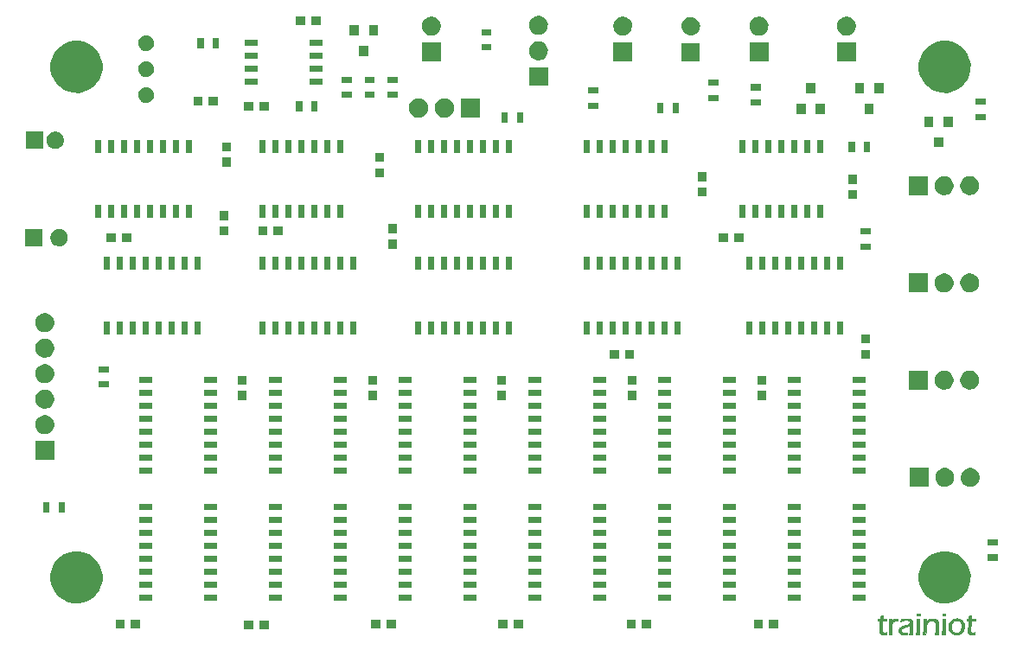
<source format=gts>
G04 #@! TF.FileFunction,Soldermask,Top*
%FSLAX46Y46*%
G04 Gerber Fmt 4.6, Leading zero omitted, Abs format (unit mm)*
G04 Created by KiCad (PCBNEW 4.0.5) date 03/30/17 16:26:28*
%MOMM*%
%LPD*%
G01*
G04 APERTURE LIST*
%ADD10C,0.100000*%
%ADD11C,0.010000*%
G04 APERTURE END LIST*
D10*
D11*
G36*
X186413536Y-146401229D02*
X186409782Y-146567917D01*
X186618398Y-146567917D01*
X186690068Y-146568070D01*
X186743152Y-146568673D01*
X186780230Y-146569938D01*
X186803881Y-146572080D01*
X186816684Y-146575311D01*
X186821220Y-146579847D01*
X186820590Y-146584657D01*
X186817333Y-146603322D01*
X186815022Y-146635994D01*
X186814166Y-146674615D01*
X186814166Y-146747833D01*
X186403619Y-146747833D01*
X186397207Y-146829854D01*
X186393094Y-146888036D01*
X186388786Y-146958896D01*
X186384404Y-147039404D01*
X186380071Y-147126531D01*
X186375910Y-147217246D01*
X186372042Y-147308521D01*
X186368590Y-147397324D01*
X186365676Y-147480627D01*
X186363423Y-147555399D01*
X186361952Y-147618611D01*
X186361387Y-147667232D01*
X186361849Y-147698233D01*
X186362026Y-147701354D01*
X186366808Y-147745148D01*
X186374277Y-147784528D01*
X186382873Y-147811380D01*
X186383423Y-147812479D01*
X186418195Y-147859811D01*
X186465635Y-147891783D01*
X186526339Y-147908539D01*
X186600903Y-147910224D01*
X186689922Y-147896982D01*
X186711250Y-147892141D01*
X186751957Y-147882612D01*
X186775966Y-147878122D01*
X186787138Y-147878671D01*
X186789333Y-147884263D01*
X186787282Y-147892175D01*
X186782486Y-147912093D01*
X186775790Y-147945828D01*
X186768597Y-147986292D01*
X186768197Y-147988680D01*
X186755373Y-148065458D01*
X186702749Y-148079293D01*
X186665781Y-148086025D01*
X186614291Y-148091487D01*
X186554111Y-148095473D01*
X186491076Y-148097777D01*
X186431018Y-148098194D01*
X186379772Y-148096518D01*
X186343172Y-148092544D01*
X186340744Y-148092055D01*
X186267115Y-148067465D01*
X186204216Y-148028614D01*
X186155115Y-147977982D01*
X186122879Y-147918051D01*
X186121821Y-147915019D01*
X186115315Y-147889980D01*
X186110476Y-147856874D01*
X186107315Y-147814123D01*
X186105842Y-147760149D01*
X186106068Y-147693374D01*
X186108002Y-147612220D01*
X186111654Y-147515108D01*
X186117036Y-147400461D01*
X186124156Y-147266700D01*
X186126250Y-147229375D01*
X186131203Y-147140288D01*
X186135746Y-147055671D01*
X186139734Y-146978414D01*
X186143024Y-146911407D01*
X186145475Y-146857540D01*
X186146942Y-146819705D01*
X186147311Y-146803396D01*
X186147416Y-146747833D01*
X185956916Y-146747833D01*
X185956916Y-146674615D01*
X185957282Y-146627059D01*
X185960896Y-146596258D01*
X185971530Y-146578576D01*
X185992958Y-146570378D01*
X186028953Y-146568028D01*
X186067643Y-146567917D01*
X186165522Y-146567916D01*
X186172269Y-146496479D01*
X186176027Y-146445076D01*
X186178510Y-146388933D01*
X186179091Y-146355724D01*
X186179166Y-146286407D01*
X186298229Y-146260474D01*
X186417291Y-146234542D01*
X186413536Y-146401229D01*
X186413536Y-146401229D01*
G37*
X186413536Y-146401229D02*
X186409782Y-146567917D01*
X186618398Y-146567917D01*
X186690068Y-146568070D01*
X186743152Y-146568673D01*
X186780230Y-146569938D01*
X186803881Y-146572080D01*
X186816684Y-146575311D01*
X186821220Y-146579847D01*
X186820590Y-146584657D01*
X186817333Y-146603322D01*
X186815022Y-146635994D01*
X186814166Y-146674615D01*
X186814166Y-146747833D01*
X186403619Y-146747833D01*
X186397207Y-146829854D01*
X186393094Y-146888036D01*
X186388786Y-146958896D01*
X186384404Y-147039404D01*
X186380071Y-147126531D01*
X186375910Y-147217246D01*
X186372042Y-147308521D01*
X186368590Y-147397324D01*
X186365676Y-147480627D01*
X186363423Y-147555399D01*
X186361952Y-147618611D01*
X186361387Y-147667232D01*
X186361849Y-147698233D01*
X186362026Y-147701354D01*
X186366808Y-147745148D01*
X186374277Y-147784528D01*
X186382873Y-147811380D01*
X186383423Y-147812479D01*
X186418195Y-147859811D01*
X186465635Y-147891783D01*
X186526339Y-147908539D01*
X186600903Y-147910224D01*
X186689922Y-147896982D01*
X186711250Y-147892141D01*
X186751957Y-147882612D01*
X186775966Y-147878122D01*
X186787138Y-147878671D01*
X186789333Y-147884263D01*
X186787282Y-147892175D01*
X186782486Y-147912093D01*
X186775790Y-147945828D01*
X186768597Y-147986292D01*
X186768197Y-147988680D01*
X186755373Y-148065458D01*
X186702749Y-148079293D01*
X186665781Y-148086025D01*
X186614291Y-148091487D01*
X186554111Y-148095473D01*
X186491076Y-148097777D01*
X186431018Y-148098194D01*
X186379772Y-148096518D01*
X186343172Y-148092544D01*
X186340744Y-148092055D01*
X186267115Y-148067465D01*
X186204216Y-148028614D01*
X186155115Y-147977982D01*
X186122879Y-147918051D01*
X186121821Y-147915019D01*
X186115315Y-147889980D01*
X186110476Y-147856874D01*
X186107315Y-147814123D01*
X186105842Y-147760149D01*
X186106068Y-147693374D01*
X186108002Y-147612220D01*
X186111654Y-147515108D01*
X186117036Y-147400461D01*
X186124156Y-147266700D01*
X186126250Y-147229375D01*
X186131203Y-147140288D01*
X186135746Y-147055671D01*
X186139734Y-146978414D01*
X186143024Y-146911407D01*
X186145475Y-146857540D01*
X186146942Y-146819705D01*
X186147311Y-146803396D01*
X186147416Y-146747833D01*
X185956916Y-146747833D01*
X185956916Y-146674615D01*
X185957282Y-146627059D01*
X185960896Y-146596258D01*
X185971530Y-146578576D01*
X185992958Y-146570378D01*
X186028953Y-146568028D01*
X186067643Y-146567917D01*
X186165522Y-146567916D01*
X186172269Y-146496479D01*
X186176027Y-146445076D01*
X186178510Y-146388933D01*
X186179091Y-146355724D01*
X186179166Y-146286407D01*
X186298229Y-146260474D01*
X186417291Y-146234542D01*
X186413536Y-146401229D01*
G36*
X188806040Y-146532651D02*
X188897380Y-146538110D01*
X188979537Y-146547888D01*
X189032426Y-146558145D01*
X189105227Y-146581654D01*
X189173640Y-146614755D01*
X189231159Y-146653972D01*
X189256867Y-146678044D01*
X189278152Y-146703375D01*
X189295727Y-146730348D01*
X189309772Y-146760935D01*
X189320462Y-146797108D01*
X189327976Y-146840838D01*
X189332492Y-146894097D01*
X189334185Y-146958858D01*
X189333234Y-147037091D01*
X189329817Y-147130768D01*
X189324110Y-147241862D01*
X189317541Y-147352280D01*
X189312325Y-147442433D01*
X189307059Y-147543975D01*
X189302126Y-147648773D01*
X189297910Y-147748690D01*
X189294803Y-147835271D01*
X189287397Y-148070750D01*
X189156740Y-148070750D01*
X189105155Y-148071291D01*
X189068585Y-148070878D01*
X189044805Y-148066457D01*
X189031590Y-148054973D01*
X189026714Y-148033372D01*
X189027952Y-147998600D01*
X189033078Y-147947603D01*
X189037212Y-147906708D01*
X189040161Y-147871152D01*
X189043651Y-147821517D01*
X189047529Y-147760771D01*
X189051642Y-147691879D01*
X189055835Y-147617807D01*
X189059956Y-147541522D01*
X189063851Y-147465990D01*
X189067366Y-147394177D01*
X189070348Y-147329049D01*
X189072645Y-147273573D01*
X189074101Y-147230714D01*
X189074565Y-147203440D01*
X189074042Y-147194697D01*
X189064654Y-147198581D01*
X189042772Y-147211602D01*
X189015844Y-147229143D01*
X188972345Y-147253165D01*
X188912794Y-147278311D01*
X188842067Y-147302539D01*
X188837091Y-147304067D01*
X188728469Y-147337336D01*
X188638018Y-147365538D01*
X188563592Y-147389537D01*
X188503042Y-147410195D01*
X188454221Y-147428375D01*
X188414982Y-147444939D01*
X188383177Y-147460752D01*
X188356658Y-147476674D01*
X188333277Y-147493570D01*
X188310888Y-147512302D01*
X188304408Y-147518081D01*
X188258605Y-147571726D01*
X188230942Y-147631158D01*
X188220579Y-147693158D01*
X188226677Y-147754505D01*
X188248396Y-147811978D01*
X188284898Y-147862359D01*
X188335344Y-147902426D01*
X188398895Y-147928960D01*
X188412315Y-147932192D01*
X188474609Y-147940778D01*
X188549631Y-147943779D01*
X188629752Y-147941405D01*
X188707344Y-147933866D01*
X188770990Y-147922298D01*
X188811280Y-147913033D01*
X188842776Y-147906532D01*
X188860593Y-147903773D01*
X188862804Y-147903943D01*
X188862330Y-147915707D01*
X188856535Y-147941461D01*
X188847218Y-147975264D01*
X188836179Y-148011174D01*
X188825218Y-148043250D01*
X188816136Y-148065549D01*
X188811833Y-148072178D01*
X188787092Y-148080889D01*
X188745265Y-148088107D01*
X188690390Y-148093704D01*
X188626502Y-148097551D01*
X188557640Y-148099520D01*
X188487840Y-148099484D01*
X188421139Y-148097314D01*
X188361573Y-148092882D01*
X188322291Y-148087709D01*
X188225121Y-148062698D01*
X188142917Y-148023254D01*
X188076158Y-147969827D01*
X188025324Y-147902863D01*
X187990894Y-147822814D01*
X187977724Y-147765140D01*
X187973226Y-147674586D01*
X187989103Y-147588684D01*
X188024795Y-147508995D01*
X188079737Y-147437075D01*
X188105059Y-147412542D01*
X188148149Y-147377989D01*
X188198369Y-147345880D01*
X188257793Y-147315396D01*
X188328494Y-147285720D01*
X188412547Y-147256030D01*
X188512024Y-147225509D01*
X188629001Y-147193337D01*
X188717425Y-147170643D01*
X188821517Y-147141324D01*
X188905813Y-147110170D01*
X188971663Y-147076258D01*
X189020416Y-147038662D01*
X189053425Y-146996456D01*
X189072038Y-146948715D01*
X189076108Y-146924908D01*
X189074250Y-146862958D01*
X189053140Y-146809269D01*
X189015347Y-146764829D01*
X188977671Y-146736336D01*
X188934456Y-146715494D01*
X188882149Y-146701436D01*
X188817196Y-146693298D01*
X188736044Y-146690214D01*
X188708583Y-146690144D01*
X188552366Y-146699267D01*
X188402921Y-146726203D01*
X188259742Y-146769956D01*
X188221418Y-146783581D01*
X188191757Y-146793442D01*
X188175463Y-146798002D01*
X188173761Y-146798034D01*
X188173467Y-146785603D01*
X188176638Y-146758459D01*
X188182212Y-146722566D01*
X188189129Y-146683888D01*
X188196325Y-146648389D01*
X188202739Y-146622032D01*
X188207070Y-146610955D01*
X188223270Y-146603950D01*
X188256611Y-146594952D01*
X188303236Y-146584656D01*
X188359290Y-146573757D01*
X188420918Y-146562950D01*
X188484264Y-146552930D01*
X188545474Y-146544394D01*
X188600691Y-146538035D01*
X188622156Y-146536102D01*
X188712104Y-146531863D01*
X188806040Y-146532651D01*
X188806040Y-146532651D01*
G37*
X188806040Y-146532651D02*
X188897380Y-146538110D01*
X188979537Y-146547888D01*
X189032426Y-146558145D01*
X189105227Y-146581654D01*
X189173640Y-146614755D01*
X189231159Y-146653972D01*
X189256867Y-146678044D01*
X189278152Y-146703375D01*
X189295727Y-146730348D01*
X189309772Y-146760935D01*
X189320462Y-146797108D01*
X189327976Y-146840838D01*
X189332492Y-146894097D01*
X189334185Y-146958858D01*
X189333234Y-147037091D01*
X189329817Y-147130768D01*
X189324110Y-147241862D01*
X189317541Y-147352280D01*
X189312325Y-147442433D01*
X189307059Y-147543975D01*
X189302126Y-147648773D01*
X189297910Y-147748690D01*
X189294803Y-147835271D01*
X189287397Y-148070750D01*
X189156740Y-148070750D01*
X189105155Y-148071291D01*
X189068585Y-148070878D01*
X189044805Y-148066457D01*
X189031590Y-148054973D01*
X189026714Y-148033372D01*
X189027952Y-147998600D01*
X189033078Y-147947603D01*
X189037212Y-147906708D01*
X189040161Y-147871152D01*
X189043651Y-147821517D01*
X189047529Y-147760771D01*
X189051642Y-147691879D01*
X189055835Y-147617807D01*
X189059956Y-147541522D01*
X189063851Y-147465990D01*
X189067366Y-147394177D01*
X189070348Y-147329049D01*
X189072645Y-147273573D01*
X189074101Y-147230714D01*
X189074565Y-147203440D01*
X189074042Y-147194697D01*
X189064654Y-147198581D01*
X189042772Y-147211602D01*
X189015844Y-147229143D01*
X188972345Y-147253165D01*
X188912794Y-147278311D01*
X188842067Y-147302539D01*
X188837091Y-147304067D01*
X188728469Y-147337336D01*
X188638018Y-147365538D01*
X188563592Y-147389537D01*
X188503042Y-147410195D01*
X188454221Y-147428375D01*
X188414982Y-147444939D01*
X188383177Y-147460752D01*
X188356658Y-147476674D01*
X188333277Y-147493570D01*
X188310888Y-147512302D01*
X188304408Y-147518081D01*
X188258605Y-147571726D01*
X188230942Y-147631158D01*
X188220579Y-147693158D01*
X188226677Y-147754505D01*
X188248396Y-147811978D01*
X188284898Y-147862359D01*
X188335344Y-147902426D01*
X188398895Y-147928960D01*
X188412315Y-147932192D01*
X188474609Y-147940778D01*
X188549631Y-147943779D01*
X188629752Y-147941405D01*
X188707344Y-147933866D01*
X188770990Y-147922298D01*
X188811280Y-147913033D01*
X188842776Y-147906532D01*
X188860593Y-147903773D01*
X188862804Y-147903943D01*
X188862330Y-147915707D01*
X188856535Y-147941461D01*
X188847218Y-147975264D01*
X188836179Y-148011174D01*
X188825218Y-148043250D01*
X188816136Y-148065549D01*
X188811833Y-148072178D01*
X188787092Y-148080889D01*
X188745265Y-148088107D01*
X188690390Y-148093704D01*
X188626502Y-148097551D01*
X188557640Y-148099520D01*
X188487840Y-148099484D01*
X188421139Y-148097314D01*
X188361573Y-148092882D01*
X188322291Y-148087709D01*
X188225121Y-148062698D01*
X188142917Y-148023254D01*
X188076158Y-147969827D01*
X188025324Y-147902863D01*
X187990894Y-147822814D01*
X187977724Y-147765140D01*
X187973226Y-147674586D01*
X187989103Y-147588684D01*
X188024795Y-147508995D01*
X188079737Y-147437075D01*
X188105059Y-147412542D01*
X188148149Y-147377989D01*
X188198369Y-147345880D01*
X188257793Y-147315396D01*
X188328494Y-147285720D01*
X188412547Y-147256030D01*
X188512024Y-147225509D01*
X188629001Y-147193337D01*
X188717425Y-147170643D01*
X188821517Y-147141324D01*
X188905813Y-147110170D01*
X188971663Y-147076258D01*
X189020416Y-147038662D01*
X189053425Y-146996456D01*
X189072038Y-146948715D01*
X189076108Y-146924908D01*
X189074250Y-146862958D01*
X189053140Y-146809269D01*
X189015347Y-146764829D01*
X188977671Y-146736336D01*
X188934456Y-146715494D01*
X188882149Y-146701436D01*
X188817196Y-146693298D01*
X188736044Y-146690214D01*
X188708583Y-146690144D01*
X188552366Y-146699267D01*
X188402921Y-146726203D01*
X188259742Y-146769956D01*
X188221418Y-146783581D01*
X188191757Y-146793442D01*
X188175463Y-146798002D01*
X188173761Y-146798034D01*
X188173467Y-146785603D01*
X188176638Y-146758459D01*
X188182212Y-146722566D01*
X188189129Y-146683888D01*
X188196325Y-146648389D01*
X188202739Y-146622032D01*
X188207070Y-146610955D01*
X188223270Y-146603950D01*
X188256611Y-146594952D01*
X188303236Y-146584656D01*
X188359290Y-146573757D01*
X188420918Y-146562950D01*
X188484264Y-146552930D01*
X188545474Y-146544394D01*
X188600691Y-146538035D01*
X188622156Y-146536102D01*
X188712104Y-146531863D01*
X188806040Y-146532651D01*
G36*
X193768392Y-146536850D02*
X193885357Y-146556838D01*
X193986531Y-146587182D01*
X194075362Y-146629415D01*
X194155298Y-146685073D01*
X194206869Y-146731903D01*
X194280716Y-146820393D01*
X194337843Y-146921781D01*
X194376066Y-147028292D01*
X194387915Y-147087580D01*
X194395908Y-147161147D01*
X194399878Y-147242428D01*
X194399660Y-147324859D01*
X194395090Y-147401877D01*
X194386968Y-147461948D01*
X194353035Y-147595075D01*
X194304262Y-147713811D01*
X194241041Y-147817705D01*
X194163765Y-147906308D01*
X194072825Y-147979169D01*
X193968615Y-148035838D01*
X193852083Y-148075722D01*
X193784234Y-148088372D01*
X193703053Y-148096110D01*
X193615823Y-148098829D01*
X193529825Y-148096421D01*
X193452341Y-148088778D01*
X193415492Y-148082194D01*
X193295803Y-148046315D01*
X193189483Y-147994215D01*
X193097007Y-147926461D01*
X193018850Y-147843617D01*
X192955486Y-147746251D01*
X192907391Y-147634926D01*
X192875040Y-147510209D01*
X192862849Y-147423954D01*
X192862752Y-147420383D01*
X193125011Y-147420383D01*
X193138795Y-147528172D01*
X193167083Y-147623280D01*
X193210301Y-147707456D01*
X193232990Y-147739947D01*
X193297228Y-147807744D01*
X193374043Y-147859932D01*
X193461044Y-147895868D01*
X193555840Y-147914912D01*
X193656043Y-147916421D01*
X193759261Y-147899753D01*
X193793087Y-147890307D01*
X193881507Y-147852453D01*
X193957829Y-147797529D01*
X194021726Y-147726057D01*
X194072869Y-147638560D01*
X194110930Y-147535561D01*
X194135582Y-147417581D01*
X194144423Y-147330565D01*
X194144375Y-147214316D01*
X194129664Y-147104638D01*
X194101044Y-147004732D01*
X194059265Y-146917798D01*
X194040824Y-146889841D01*
X193986274Y-146831280D01*
X193917089Y-146784377D01*
X193836729Y-146749805D01*
X193748654Y-146728240D01*
X193656324Y-146720356D01*
X193563198Y-146726827D01*
X193472736Y-146748328D01*
X193420722Y-146768936D01*
X193337394Y-146818985D01*
X193267291Y-146885260D01*
X193210711Y-146967226D01*
X193167954Y-147064345D01*
X193139319Y-147176083D01*
X193125306Y-147298167D01*
X193125011Y-147420383D01*
X192862752Y-147420383D01*
X192860029Y-147320205D01*
X192870530Y-147211264D01*
X192893027Y-147101935D01*
X192926197Y-146997022D01*
X192968716Y-146901330D01*
X193019258Y-146819661D01*
X193034993Y-146799568D01*
X193116766Y-146717205D01*
X193212805Y-146648678D01*
X193320631Y-146594874D01*
X193437768Y-146556683D01*
X193561736Y-146534990D01*
X193690057Y-146530684D01*
X193768392Y-146536850D01*
X193768392Y-146536850D01*
G37*
X193768392Y-146536850D02*
X193885357Y-146556838D01*
X193986531Y-146587182D01*
X194075362Y-146629415D01*
X194155298Y-146685073D01*
X194206869Y-146731903D01*
X194280716Y-146820393D01*
X194337843Y-146921781D01*
X194376066Y-147028292D01*
X194387915Y-147087580D01*
X194395908Y-147161147D01*
X194399878Y-147242428D01*
X194399660Y-147324859D01*
X194395090Y-147401877D01*
X194386968Y-147461948D01*
X194353035Y-147595075D01*
X194304262Y-147713811D01*
X194241041Y-147817705D01*
X194163765Y-147906308D01*
X194072825Y-147979169D01*
X193968615Y-148035838D01*
X193852083Y-148075722D01*
X193784234Y-148088372D01*
X193703053Y-148096110D01*
X193615823Y-148098829D01*
X193529825Y-148096421D01*
X193452341Y-148088778D01*
X193415492Y-148082194D01*
X193295803Y-148046315D01*
X193189483Y-147994215D01*
X193097007Y-147926461D01*
X193018850Y-147843617D01*
X192955486Y-147746251D01*
X192907391Y-147634926D01*
X192875040Y-147510209D01*
X192862849Y-147423954D01*
X192862752Y-147420383D01*
X193125011Y-147420383D01*
X193138795Y-147528172D01*
X193167083Y-147623280D01*
X193210301Y-147707456D01*
X193232990Y-147739947D01*
X193297228Y-147807744D01*
X193374043Y-147859932D01*
X193461044Y-147895868D01*
X193555840Y-147914912D01*
X193656043Y-147916421D01*
X193759261Y-147899753D01*
X193793087Y-147890307D01*
X193881507Y-147852453D01*
X193957829Y-147797529D01*
X194021726Y-147726057D01*
X194072869Y-147638560D01*
X194110930Y-147535561D01*
X194135582Y-147417581D01*
X194144423Y-147330565D01*
X194144375Y-147214316D01*
X194129664Y-147104638D01*
X194101044Y-147004732D01*
X194059265Y-146917798D01*
X194040824Y-146889841D01*
X193986274Y-146831280D01*
X193917089Y-146784377D01*
X193836729Y-146749805D01*
X193748654Y-146728240D01*
X193656324Y-146720356D01*
X193563198Y-146726827D01*
X193472736Y-146748328D01*
X193420722Y-146768936D01*
X193337394Y-146818985D01*
X193267291Y-146885260D01*
X193210711Y-146967226D01*
X193167954Y-147064345D01*
X193139319Y-147176083D01*
X193125306Y-147298167D01*
X193125011Y-147420383D01*
X192862752Y-147420383D01*
X192860029Y-147320205D01*
X192870530Y-147211264D01*
X192893027Y-147101935D01*
X192926197Y-146997022D01*
X192968716Y-146901330D01*
X193019258Y-146819661D01*
X193034993Y-146799568D01*
X193116766Y-146717205D01*
X193212805Y-146648678D01*
X193320631Y-146594874D01*
X193437768Y-146556683D01*
X193561736Y-146534990D01*
X193690057Y-146530684D01*
X193768392Y-146536850D01*
G36*
X195078649Y-146238511D02*
X195082260Y-146247230D01*
X195084038Y-146265885D01*
X195084296Y-146297389D01*
X195083344Y-146344657D01*
X195081811Y-146399543D01*
X195076958Y-146567917D01*
X195285963Y-146567916D01*
X195494968Y-146567916D01*
X195488587Y-146591729D01*
X195485135Y-146614955D01*
X195482759Y-146650612D01*
X195482061Y-146681687D01*
X195481916Y-146747833D01*
X195072203Y-146747833D01*
X195065713Y-146840437D01*
X195063685Y-146873002D01*
X195060864Y-146923527D01*
X195057414Y-146988825D01*
X195053498Y-147065712D01*
X195049279Y-147151002D01*
X195044919Y-147241509D01*
X195041508Y-147314042D01*
X195036461Y-147427411D01*
X195032889Y-147521760D01*
X195030914Y-147599191D01*
X195030654Y-147661807D01*
X195032228Y-147711712D01*
X195035756Y-147751007D01*
X195041358Y-147781795D01*
X195049153Y-147806180D01*
X195059259Y-147826264D01*
X195071597Y-147843895D01*
X195113891Y-147880743D01*
X195170873Y-147902924D01*
X195241868Y-147910332D01*
X195326202Y-147902862D01*
X195379360Y-147892056D01*
X195421786Y-147882668D01*
X195446682Y-147879293D01*
X195456751Y-147881717D01*
X195456778Y-147885917D01*
X195452786Y-147902329D01*
X195446888Y-147933631D01*
X195440207Y-147973764D01*
X195438613Y-147984026D01*
X195425683Y-148068494D01*
X195366487Y-148081171D01*
X195316724Y-148089055D01*
X195255554Y-148094606D01*
X195188876Y-148097715D01*
X195122592Y-148098275D01*
X195062599Y-148096177D01*
X195014798Y-148091315D01*
X194997709Y-148087915D01*
X194920777Y-148059221D01*
X194859488Y-148016270D01*
X194813846Y-147959066D01*
X194811276Y-147954597D01*
X194795444Y-147924145D01*
X194785312Y-147896507D01*
X194779305Y-147864828D01*
X194775850Y-147822256D01*
X194774590Y-147794802D01*
X194774415Y-147766445D01*
X194775269Y-147719854D01*
X194777023Y-147657930D01*
X194779549Y-147583574D01*
X194782717Y-147499688D01*
X194786398Y-147409172D01*
X194790462Y-147314928D01*
X194794780Y-147219857D01*
X194799224Y-147126859D01*
X194803662Y-147038836D01*
X194807967Y-146958689D01*
X194812008Y-146889319D01*
X194815658Y-146833628D01*
X194818785Y-146794515D01*
X194819486Y-146787521D01*
X194823735Y-146747833D01*
X194624666Y-146747833D01*
X194624758Y-146713437D01*
X194626120Y-146682163D01*
X194629467Y-146642245D01*
X194631524Y-146623479D01*
X194638198Y-146567917D01*
X194833385Y-146567917D01*
X194840058Y-146512354D01*
X194843369Y-146473585D01*
X194845786Y-146423974D01*
X194846817Y-146373841D01*
X194846824Y-146370792D01*
X194846916Y-146284792D01*
X194944812Y-146266043D01*
X194990348Y-146256923D01*
X195029924Y-146248275D01*
X195057528Y-146241443D01*
X195064686Y-146239232D01*
X195072895Y-146236816D01*
X195078649Y-146238511D01*
X195078649Y-146238511D01*
G37*
X195078649Y-146238511D02*
X195082260Y-146247230D01*
X195084038Y-146265885D01*
X195084296Y-146297389D01*
X195083344Y-146344657D01*
X195081811Y-146399543D01*
X195076958Y-146567917D01*
X195285963Y-146567916D01*
X195494968Y-146567916D01*
X195488587Y-146591729D01*
X195485135Y-146614955D01*
X195482759Y-146650612D01*
X195482061Y-146681687D01*
X195481916Y-146747833D01*
X195072203Y-146747833D01*
X195065713Y-146840437D01*
X195063685Y-146873002D01*
X195060864Y-146923527D01*
X195057414Y-146988825D01*
X195053498Y-147065712D01*
X195049279Y-147151002D01*
X195044919Y-147241509D01*
X195041508Y-147314042D01*
X195036461Y-147427411D01*
X195032889Y-147521760D01*
X195030914Y-147599191D01*
X195030654Y-147661807D01*
X195032228Y-147711712D01*
X195035756Y-147751007D01*
X195041358Y-147781795D01*
X195049153Y-147806180D01*
X195059259Y-147826264D01*
X195071597Y-147843895D01*
X195113891Y-147880743D01*
X195170873Y-147902924D01*
X195241868Y-147910332D01*
X195326202Y-147902862D01*
X195379360Y-147892056D01*
X195421786Y-147882668D01*
X195446682Y-147879293D01*
X195456751Y-147881717D01*
X195456778Y-147885917D01*
X195452786Y-147902329D01*
X195446888Y-147933631D01*
X195440207Y-147973764D01*
X195438613Y-147984026D01*
X195425683Y-148068494D01*
X195366487Y-148081171D01*
X195316724Y-148089055D01*
X195255554Y-148094606D01*
X195188876Y-148097715D01*
X195122592Y-148098275D01*
X195062599Y-148096177D01*
X195014798Y-148091315D01*
X194997709Y-148087915D01*
X194920777Y-148059221D01*
X194859488Y-148016270D01*
X194813846Y-147959066D01*
X194811276Y-147954597D01*
X194795444Y-147924145D01*
X194785312Y-147896507D01*
X194779305Y-147864828D01*
X194775850Y-147822256D01*
X194774590Y-147794802D01*
X194774415Y-147766445D01*
X194775269Y-147719854D01*
X194777023Y-147657930D01*
X194779549Y-147583574D01*
X194782717Y-147499688D01*
X194786398Y-147409172D01*
X194790462Y-147314928D01*
X194794780Y-147219857D01*
X194799224Y-147126859D01*
X194803662Y-147038836D01*
X194807967Y-146958689D01*
X194812008Y-146889319D01*
X194815658Y-146833628D01*
X194818785Y-146794515D01*
X194819486Y-146787521D01*
X194823735Y-146747833D01*
X194624666Y-146747833D01*
X194624758Y-146713437D01*
X194626120Y-146682163D01*
X194629467Y-146642245D01*
X194631524Y-146623479D01*
X194638198Y-146567917D01*
X194833385Y-146567917D01*
X194840058Y-146512354D01*
X194843369Y-146473585D01*
X194845786Y-146423974D01*
X194846817Y-146373841D01*
X194846824Y-146370792D01*
X194846916Y-146284792D01*
X194944812Y-146266043D01*
X194990348Y-146256923D01*
X195029924Y-146248275D01*
X195057528Y-146241443D01*
X195064686Y-146239232D01*
X195072895Y-146236816D01*
X195078649Y-146238511D01*
G36*
X187816744Y-146533640D02*
X187848036Y-146537356D01*
X187862263Y-146542864D01*
X187867448Y-146557426D01*
X187872774Y-146587963D01*
X187877453Y-146629300D01*
X187879580Y-146656494D01*
X187886352Y-146759579D01*
X187829155Y-146751060D01*
X187787793Y-146746856D01*
X187737150Y-146744406D01*
X187694321Y-146744181D01*
X187608902Y-146756085D01*
X187530699Y-146787772D01*
X187460593Y-146838829D01*
X187433060Y-146866742D01*
X187402700Y-146902819D01*
X187376600Y-146939781D01*
X187354403Y-146979528D01*
X187335755Y-147023960D01*
X187320299Y-147074978D01*
X187307679Y-147134482D01*
X187297541Y-147204373D01*
X187289528Y-147286552D01*
X187283284Y-147382918D01*
X187278454Y-147495373D01*
X187274682Y-147625816D01*
X187272572Y-147724146D01*
X187265877Y-148070750D01*
X187002766Y-148070750D01*
X187009360Y-147983437D01*
X187015821Y-147889123D01*
X187022340Y-147777708D01*
X187028743Y-147653256D01*
X187034859Y-147519831D01*
X187040515Y-147381497D01*
X187045539Y-147242319D01*
X187049758Y-147106361D01*
X187053001Y-146977686D01*
X187053912Y-146933042D01*
X187060941Y-146562625D01*
X187310801Y-146562625D01*
X187305414Y-146679042D01*
X187303202Y-146729571D01*
X187302463Y-146761785D01*
X187303623Y-146778507D01*
X187307109Y-146782564D01*
X187313349Y-146776778D01*
X187319034Y-146769147D01*
X187378110Y-146694153D01*
X187435382Y-146636690D01*
X187494542Y-146593851D01*
X187559282Y-146562727D01*
X187597333Y-146549924D01*
X187632231Y-146542481D01*
X187676834Y-146536992D01*
X187725930Y-146533597D01*
X187774304Y-146532433D01*
X187816744Y-146533640D01*
X187816744Y-146533640D01*
G37*
X187816744Y-146533640D02*
X187848036Y-146537356D01*
X187862263Y-146542864D01*
X187867448Y-146557426D01*
X187872774Y-146587963D01*
X187877453Y-146629300D01*
X187879580Y-146656494D01*
X187886352Y-146759579D01*
X187829155Y-146751060D01*
X187787793Y-146746856D01*
X187737150Y-146744406D01*
X187694321Y-146744181D01*
X187608902Y-146756085D01*
X187530699Y-146787772D01*
X187460593Y-146838829D01*
X187433060Y-146866742D01*
X187402700Y-146902819D01*
X187376600Y-146939781D01*
X187354403Y-146979528D01*
X187335755Y-147023960D01*
X187320299Y-147074978D01*
X187307679Y-147134482D01*
X187297541Y-147204373D01*
X187289528Y-147286552D01*
X187283284Y-147382918D01*
X187278454Y-147495373D01*
X187274682Y-147625816D01*
X187272572Y-147724146D01*
X187265877Y-148070750D01*
X187002766Y-148070750D01*
X187009360Y-147983437D01*
X187015821Y-147889123D01*
X187022340Y-147777708D01*
X187028743Y-147653256D01*
X187034859Y-147519831D01*
X187040515Y-147381497D01*
X187045539Y-147242319D01*
X187049758Y-147106361D01*
X187053001Y-146977686D01*
X187053912Y-146933042D01*
X187060941Y-146562625D01*
X187310801Y-146562625D01*
X187305414Y-146679042D01*
X187303202Y-146729571D01*
X187302463Y-146761785D01*
X187303623Y-146778507D01*
X187307109Y-146782564D01*
X187313349Y-146776778D01*
X187319034Y-146769147D01*
X187378110Y-146694153D01*
X187435382Y-146636690D01*
X187494542Y-146593851D01*
X187559282Y-146562727D01*
X187597333Y-146549924D01*
X187632231Y-146542481D01*
X187676834Y-146536992D01*
X187725930Y-146533597D01*
X187774304Y-146532433D01*
X187816744Y-146533640D01*
G36*
X190037202Y-146610250D02*
X190033130Y-146649819D01*
X190028589Y-146708152D01*
X190023695Y-146782854D01*
X190018565Y-146871531D01*
X190013317Y-146971786D01*
X190008068Y-147081227D01*
X190002934Y-147197457D01*
X189998034Y-147318082D01*
X189993483Y-147440708D01*
X189989399Y-147562939D01*
X189987401Y-147628896D01*
X189974541Y-148070750D01*
X189703416Y-148070750D01*
X189703416Y-148040537D01*
X189704236Y-148018389D01*
X189706469Y-147980476D01*
X189709772Y-147932130D01*
X189713768Y-147879141D01*
X189717578Y-147824862D01*
X189721935Y-147752529D01*
X189726700Y-147665242D01*
X189731731Y-147566103D01*
X189736887Y-147458213D01*
X189742028Y-147344674D01*
X189747014Y-147228585D01*
X189751704Y-147113049D01*
X189755956Y-147001166D01*
X189759631Y-146896037D01*
X189762436Y-146806042D01*
X189769466Y-146562625D01*
X190043357Y-146562625D01*
X190037202Y-146610250D01*
X190037202Y-146610250D01*
G37*
X190037202Y-146610250D02*
X190033130Y-146649819D01*
X190028589Y-146708152D01*
X190023695Y-146782854D01*
X190018565Y-146871531D01*
X190013317Y-146971786D01*
X190008068Y-147081227D01*
X190002934Y-147197457D01*
X189998034Y-147318082D01*
X189993483Y-147440708D01*
X189989399Y-147562939D01*
X189987401Y-147628896D01*
X189974541Y-148070750D01*
X189703416Y-148070750D01*
X189703416Y-148040537D01*
X189704236Y-148018389D01*
X189706469Y-147980476D01*
X189709772Y-147932130D01*
X189713768Y-147879141D01*
X189717578Y-147824862D01*
X189721935Y-147752529D01*
X189726700Y-147665242D01*
X189731731Y-147566103D01*
X189736887Y-147458213D01*
X189742028Y-147344674D01*
X189747014Y-147228585D01*
X189751704Y-147113049D01*
X189755956Y-147001166D01*
X189759631Y-146896037D01*
X189762436Y-146806042D01*
X189769466Y-146562625D01*
X190043357Y-146562625D01*
X190037202Y-146610250D01*
G36*
X191410517Y-146538438D02*
X191516024Y-146555914D01*
X191608440Y-146583881D01*
X191638542Y-146596767D01*
X191699173Y-146633919D01*
X191755511Y-146684277D01*
X191801929Y-146741988D01*
X191831311Y-146797257D01*
X191841789Y-146831171D01*
X191849914Y-146873924D01*
X191855724Y-146927131D01*
X191859257Y-146992409D01*
X191860551Y-147071374D01*
X191859644Y-147165641D01*
X191856573Y-147276829D01*
X191851378Y-147406552D01*
X191847516Y-147488667D01*
X191843290Y-147578574D01*
X191839453Y-147667555D01*
X191836141Y-147751844D01*
X191833490Y-147827677D01*
X191831639Y-147891290D01*
X191830724Y-147938918D01*
X191830651Y-147951687D01*
X191830666Y-148070750D01*
X191566083Y-148070750D01*
X191566290Y-148041646D01*
X191566964Y-148024231D01*
X191568779Y-147988455D01*
X191571579Y-147937084D01*
X191575210Y-147872883D01*
X191579515Y-147798619D01*
X191584340Y-147717056D01*
X191587250Y-147668583D01*
X191595776Y-147518697D01*
X191602026Y-147388697D01*
X191606008Y-147277426D01*
X191607730Y-147183727D01*
X191607197Y-147106444D01*
X191604419Y-147044419D01*
X191599403Y-146996496D01*
X191592156Y-146961517D01*
X191591833Y-146960416D01*
X191566698Y-146905543D01*
X191527021Y-146852556D01*
X191478776Y-146808555D01*
X191447722Y-146789175D01*
X191377528Y-146762480D01*
X191294967Y-146745761D01*
X191206549Y-146739416D01*
X191118784Y-146743843D01*
X191038180Y-146759442D01*
X191025458Y-146763298D01*
X190949616Y-146797168D01*
X190877347Y-146846898D01*
X190813194Y-146908234D01*
X190761701Y-146976919D01*
X190730711Y-147039404D01*
X190712810Y-147094625D01*
X190697399Y-147158795D01*
X190684281Y-147233701D01*
X190673257Y-147321135D01*
X190664133Y-147422885D01*
X190656710Y-147540740D01*
X190650792Y-147676492D01*
X190646965Y-147800875D01*
X190640041Y-148065458D01*
X190368013Y-148071398D01*
X190374427Y-148010220D01*
X190380069Y-147949622D01*
X190386280Y-147870997D01*
X190392887Y-147777471D01*
X190399716Y-147672172D01*
X190406592Y-147558226D01*
X190413342Y-147438759D01*
X190419791Y-147316898D01*
X190425765Y-147195771D01*
X190431091Y-147078502D01*
X190435595Y-146968219D01*
X190439101Y-146868049D01*
X190440340Y-146825944D01*
X190447522Y-146562625D01*
X190709953Y-146562625D01*
X190702609Y-146697562D01*
X190700272Y-146748167D01*
X190699128Y-146790121D01*
X190699226Y-146819469D01*
X190700616Y-146832255D01*
X190700946Y-146832500D01*
X190709215Y-146824325D01*
X190724886Y-146803114D01*
X190740600Y-146779557D01*
X190802782Y-146701917D01*
X190880249Y-146638495D01*
X190972348Y-146589583D01*
X191078426Y-146555471D01*
X191197829Y-146536450D01*
X191296208Y-146532263D01*
X191410517Y-146538438D01*
X191410517Y-146538438D01*
G37*
X191410517Y-146538438D02*
X191516024Y-146555914D01*
X191608440Y-146583881D01*
X191638542Y-146596767D01*
X191699173Y-146633919D01*
X191755511Y-146684277D01*
X191801929Y-146741988D01*
X191831311Y-146797257D01*
X191841789Y-146831171D01*
X191849914Y-146873924D01*
X191855724Y-146927131D01*
X191859257Y-146992409D01*
X191860551Y-147071374D01*
X191859644Y-147165641D01*
X191856573Y-147276829D01*
X191851378Y-147406552D01*
X191847516Y-147488667D01*
X191843290Y-147578574D01*
X191839453Y-147667555D01*
X191836141Y-147751844D01*
X191833490Y-147827677D01*
X191831639Y-147891290D01*
X191830724Y-147938918D01*
X191830651Y-147951687D01*
X191830666Y-148070750D01*
X191566083Y-148070750D01*
X191566290Y-148041646D01*
X191566964Y-148024231D01*
X191568779Y-147988455D01*
X191571579Y-147937084D01*
X191575210Y-147872883D01*
X191579515Y-147798619D01*
X191584340Y-147717056D01*
X191587250Y-147668583D01*
X191595776Y-147518697D01*
X191602026Y-147388697D01*
X191606008Y-147277426D01*
X191607730Y-147183727D01*
X191607197Y-147106444D01*
X191604419Y-147044419D01*
X191599403Y-146996496D01*
X191592156Y-146961517D01*
X191591833Y-146960416D01*
X191566698Y-146905543D01*
X191527021Y-146852556D01*
X191478776Y-146808555D01*
X191447722Y-146789175D01*
X191377528Y-146762480D01*
X191294967Y-146745761D01*
X191206549Y-146739416D01*
X191118784Y-146743843D01*
X191038180Y-146759442D01*
X191025458Y-146763298D01*
X190949616Y-146797168D01*
X190877347Y-146846898D01*
X190813194Y-146908234D01*
X190761701Y-146976919D01*
X190730711Y-147039404D01*
X190712810Y-147094625D01*
X190697399Y-147158795D01*
X190684281Y-147233701D01*
X190673257Y-147321135D01*
X190664133Y-147422885D01*
X190656710Y-147540740D01*
X190650792Y-147676492D01*
X190646965Y-147800875D01*
X190640041Y-148065458D01*
X190368013Y-148071398D01*
X190374427Y-148010220D01*
X190380069Y-147949622D01*
X190386280Y-147870997D01*
X190392887Y-147777471D01*
X190399716Y-147672172D01*
X190406592Y-147558226D01*
X190413342Y-147438759D01*
X190419791Y-147316898D01*
X190425765Y-147195771D01*
X190431091Y-147078502D01*
X190435595Y-146968219D01*
X190439101Y-146868049D01*
X190440340Y-146825944D01*
X190447522Y-146562625D01*
X190709953Y-146562625D01*
X190702609Y-146697562D01*
X190700272Y-146748167D01*
X190699128Y-146790121D01*
X190699226Y-146819469D01*
X190700616Y-146832255D01*
X190700946Y-146832500D01*
X190709215Y-146824325D01*
X190724886Y-146803114D01*
X190740600Y-146779557D01*
X190802782Y-146701917D01*
X190880249Y-146638495D01*
X190972348Y-146589583D01*
X191078426Y-146555471D01*
X191197829Y-146536450D01*
X191296208Y-146532263D01*
X191410517Y-146538438D01*
G36*
X192556786Y-146657875D02*
X192545936Y-146824194D01*
X192536025Y-146998543D01*
X192527248Y-147176246D01*
X192519797Y-147352626D01*
X192513866Y-147523009D01*
X192509650Y-147682719D01*
X192507342Y-147827079D01*
X192507109Y-147856437D01*
X192505763Y-148070750D01*
X192221520Y-148070750D01*
X192227170Y-148020479D01*
X192231331Y-147976195D01*
X192236051Y-147913479D01*
X192241199Y-147835055D01*
X192246644Y-147743647D01*
X192252256Y-147641978D01*
X192257906Y-147532772D01*
X192263461Y-147418752D01*
X192268793Y-147302643D01*
X192273771Y-147187167D01*
X192278264Y-147075049D01*
X192282142Y-146969012D01*
X192285275Y-146871781D01*
X192287532Y-146786077D01*
X192288422Y-146740748D01*
X192289663Y-146684655D01*
X192291348Y-146636405D01*
X192293296Y-146599793D01*
X192295326Y-146578617D01*
X192296333Y-146574985D01*
X192308353Y-146572718D01*
X192337288Y-146570331D01*
X192378891Y-146568099D01*
X192428915Y-146566297D01*
X192432540Y-146566196D01*
X192563455Y-146562625D01*
X192556786Y-146657875D01*
X192556786Y-146657875D01*
G37*
X192556786Y-146657875D02*
X192545936Y-146824194D01*
X192536025Y-146998543D01*
X192527248Y-147176246D01*
X192519797Y-147352626D01*
X192513866Y-147523009D01*
X192509650Y-147682719D01*
X192507342Y-147827079D01*
X192507109Y-147856437D01*
X192505763Y-148070750D01*
X192221520Y-148070750D01*
X192227170Y-148020479D01*
X192231331Y-147976195D01*
X192236051Y-147913479D01*
X192241199Y-147835055D01*
X192246644Y-147743647D01*
X192252256Y-147641978D01*
X192257906Y-147532772D01*
X192263461Y-147418752D01*
X192268793Y-147302643D01*
X192273771Y-147187167D01*
X192278264Y-147075049D01*
X192282142Y-146969012D01*
X192285275Y-146871781D01*
X192287532Y-146786077D01*
X192288422Y-146740748D01*
X192289663Y-146684655D01*
X192291348Y-146636405D01*
X192293296Y-146599793D01*
X192295326Y-146578617D01*
X192296333Y-146574985D01*
X192308353Y-146572718D01*
X192337288Y-146570331D01*
X192378891Y-146568099D01*
X192428915Y-146566297D01*
X192432540Y-146566196D01*
X192563455Y-146562625D01*
X192556786Y-146657875D01*
G36*
X190059465Y-146093219D02*
X190055690Y-146136256D01*
X190053221Y-146177656D01*
X190052666Y-146199052D01*
X190052666Y-146239833D01*
X189763901Y-146239833D01*
X189770700Y-146174781D01*
X189774476Y-146131743D01*
X189776945Y-146090344D01*
X189777500Y-146068947D01*
X189777500Y-146028167D01*
X190066265Y-146028167D01*
X190059465Y-146093219D01*
X190059465Y-146093219D01*
G37*
X190059465Y-146093219D02*
X190055690Y-146136256D01*
X190053221Y-146177656D01*
X190052666Y-146199052D01*
X190052666Y-146239833D01*
X189763901Y-146239833D01*
X189770700Y-146174781D01*
X189774476Y-146131743D01*
X189776945Y-146090344D01*
X189777500Y-146068947D01*
X189777500Y-146028167D01*
X190066265Y-146028167D01*
X190059465Y-146093219D01*
G36*
X192582083Y-146239833D02*
X192296333Y-146239833D01*
X192296333Y-146028167D01*
X192582083Y-146028167D01*
X192582083Y-146239833D01*
X192582083Y-146239833D01*
G37*
X192582083Y-146239833D02*
X192296333Y-146239833D01*
X192296333Y-146028167D01*
X192582083Y-146028167D01*
X192582083Y-146239833D01*
D10*
G36*
X126307000Y-147618000D02*
X125407000Y-147618000D01*
X125407000Y-146768000D01*
X126307000Y-146768000D01*
X126307000Y-147618000D01*
X126307000Y-147618000D01*
G37*
G36*
X124807000Y-147618000D02*
X123907000Y-147618000D01*
X123907000Y-146768000D01*
X124807000Y-146768000D01*
X124807000Y-147618000D01*
X124807000Y-147618000D01*
G37*
G36*
X163760000Y-147491000D02*
X162860000Y-147491000D01*
X162860000Y-146641000D01*
X163760000Y-146641000D01*
X163760000Y-147491000D01*
X163760000Y-147491000D01*
G37*
G36*
X174706000Y-147491000D02*
X173806000Y-147491000D01*
X173806000Y-146641000D01*
X174706000Y-146641000D01*
X174706000Y-147491000D01*
X174706000Y-147491000D01*
G37*
G36*
X149699000Y-147491000D02*
X148799000Y-147491000D01*
X148799000Y-146641000D01*
X149699000Y-146641000D01*
X149699000Y-147491000D01*
X149699000Y-147491000D01*
G37*
G36*
X151199000Y-147491000D02*
X150299000Y-147491000D01*
X150299000Y-146641000D01*
X151199000Y-146641000D01*
X151199000Y-147491000D01*
X151199000Y-147491000D01*
G37*
G36*
X137241000Y-147491000D02*
X136341000Y-147491000D01*
X136341000Y-146641000D01*
X137241000Y-146641000D01*
X137241000Y-147491000D01*
X137241000Y-147491000D01*
G37*
G36*
X138741000Y-147491000D02*
X137841000Y-147491000D01*
X137841000Y-146641000D01*
X138741000Y-146641000D01*
X138741000Y-147491000D01*
X138741000Y-147491000D01*
G37*
G36*
X176206000Y-147491000D02*
X175306000Y-147491000D01*
X175306000Y-146641000D01*
X176206000Y-146641000D01*
X176206000Y-147491000D01*
X176206000Y-147491000D01*
G37*
G36*
X112222000Y-147491000D02*
X111322000Y-147491000D01*
X111322000Y-146641000D01*
X112222000Y-146641000D01*
X112222000Y-147491000D01*
X112222000Y-147491000D01*
G37*
G36*
X113722000Y-147491000D02*
X112822000Y-147491000D01*
X112822000Y-146641000D01*
X113722000Y-146641000D01*
X113722000Y-147491000D01*
X113722000Y-147491000D01*
G37*
G36*
X162260000Y-147491000D02*
X161360000Y-147491000D01*
X161360000Y-146641000D01*
X162260000Y-146641000D01*
X162260000Y-147491000D01*
X162260000Y-147491000D01*
G37*
G36*
X192767837Y-139951697D02*
X193257706Y-140052253D01*
X193718709Y-140246041D01*
X194133296Y-140525683D01*
X194485672Y-140880528D01*
X194762413Y-141297055D01*
X194952978Y-141759400D01*
X195050043Y-142249616D01*
X195050043Y-142249626D01*
X195050109Y-142249960D01*
X195042133Y-142821146D01*
X195042057Y-142821480D01*
X195042057Y-142821492D01*
X194931344Y-143308798D01*
X194727942Y-143765647D01*
X194439680Y-144174285D01*
X194077531Y-144519154D01*
X193655303Y-144787108D01*
X193189064Y-144967951D01*
X192696583Y-145054788D01*
X192196611Y-145044316D01*
X191708189Y-144936929D01*
X191249938Y-144736724D01*
X190839297Y-144451321D01*
X190491909Y-144091590D01*
X190221014Y-143671243D01*
X190036921Y-143206279D01*
X189946646Y-142714408D01*
X189953629Y-142214377D01*
X190057600Y-141725227D01*
X190254605Y-141265583D01*
X190537134Y-140852960D01*
X190894429Y-140503069D01*
X191312878Y-140229244D01*
X191776545Y-140041910D01*
X192267765Y-139948205D01*
X192767837Y-139951697D01*
X192767837Y-139951697D01*
G37*
G36*
X107767837Y-139951697D02*
X108257706Y-140052253D01*
X108718709Y-140246041D01*
X109133296Y-140525683D01*
X109485672Y-140880528D01*
X109762413Y-141297055D01*
X109952978Y-141759400D01*
X110050043Y-142249616D01*
X110050043Y-142249626D01*
X110050109Y-142249960D01*
X110042133Y-142821146D01*
X110042057Y-142821480D01*
X110042057Y-142821492D01*
X109931344Y-143308798D01*
X109727942Y-143765647D01*
X109439680Y-144174285D01*
X109077531Y-144519154D01*
X108655303Y-144787108D01*
X108189064Y-144967951D01*
X107696583Y-145054788D01*
X107196611Y-145044316D01*
X106708189Y-144936929D01*
X106249938Y-144736724D01*
X105839297Y-144451321D01*
X105491909Y-144091590D01*
X105221014Y-143671243D01*
X105036921Y-143206279D01*
X104946646Y-142714408D01*
X104953629Y-142214377D01*
X105057600Y-141725227D01*
X105254605Y-141265583D01*
X105537134Y-140852960D01*
X105894429Y-140503069D01*
X106312878Y-140229244D01*
X106776545Y-140041910D01*
X107267765Y-139948205D01*
X107767837Y-139951697D01*
X107767837Y-139951697D01*
G37*
G36*
X165721500Y-144830000D02*
X164478500Y-144830000D01*
X164478500Y-144222000D01*
X165721500Y-144222000D01*
X165721500Y-144830000D01*
X165721500Y-144830000D01*
G37*
G36*
X184771500Y-144830000D02*
X183528500Y-144830000D01*
X183528500Y-144222000D01*
X184771500Y-144222000D01*
X184771500Y-144830000D01*
X184771500Y-144830000D01*
G37*
G36*
X133971500Y-144830000D02*
X132728500Y-144830000D01*
X132728500Y-144222000D01*
X133971500Y-144222000D01*
X133971500Y-144830000D01*
X133971500Y-144830000D01*
G37*
G36*
X127621500Y-144830000D02*
X126378500Y-144830000D01*
X126378500Y-144222000D01*
X127621500Y-144222000D01*
X127621500Y-144830000D01*
X127621500Y-144830000D01*
G37*
G36*
X121271500Y-144830000D02*
X120028500Y-144830000D01*
X120028500Y-144222000D01*
X121271500Y-144222000D01*
X121271500Y-144830000D01*
X121271500Y-144830000D01*
G37*
G36*
X114921500Y-144830000D02*
X113678500Y-144830000D01*
X113678500Y-144222000D01*
X114921500Y-144222000D01*
X114921500Y-144830000D01*
X114921500Y-144830000D01*
G37*
G36*
X146671500Y-144830000D02*
X145428500Y-144830000D01*
X145428500Y-144222000D01*
X146671500Y-144222000D01*
X146671500Y-144830000D01*
X146671500Y-144830000D01*
G37*
G36*
X159371500Y-144830000D02*
X158128500Y-144830000D01*
X158128500Y-144222000D01*
X159371500Y-144222000D01*
X159371500Y-144830000D01*
X159371500Y-144830000D01*
G37*
G36*
X153021500Y-144830000D02*
X151778500Y-144830000D01*
X151778500Y-144222000D01*
X153021500Y-144222000D01*
X153021500Y-144830000D01*
X153021500Y-144830000D01*
G37*
G36*
X172071500Y-144830000D02*
X170828500Y-144830000D01*
X170828500Y-144222000D01*
X172071500Y-144222000D01*
X172071500Y-144830000D01*
X172071500Y-144830000D01*
G37*
G36*
X178421500Y-144830000D02*
X177178500Y-144830000D01*
X177178500Y-144222000D01*
X178421500Y-144222000D01*
X178421500Y-144830000D01*
X178421500Y-144830000D01*
G37*
G36*
X140321500Y-144830000D02*
X139078500Y-144830000D01*
X139078500Y-144222000D01*
X140321500Y-144222000D01*
X140321500Y-144830000D01*
X140321500Y-144830000D01*
G37*
G36*
X133971500Y-143560000D02*
X132728500Y-143560000D01*
X132728500Y-142952000D01*
X133971500Y-142952000D01*
X133971500Y-143560000D01*
X133971500Y-143560000D01*
G37*
G36*
X172071500Y-143560000D02*
X170828500Y-143560000D01*
X170828500Y-142952000D01*
X172071500Y-142952000D01*
X172071500Y-143560000D01*
X172071500Y-143560000D01*
G37*
G36*
X159371500Y-143560000D02*
X158128500Y-143560000D01*
X158128500Y-142952000D01*
X159371500Y-142952000D01*
X159371500Y-143560000D01*
X159371500Y-143560000D01*
G37*
G36*
X153021500Y-143560000D02*
X151778500Y-143560000D01*
X151778500Y-142952000D01*
X153021500Y-142952000D01*
X153021500Y-143560000D01*
X153021500Y-143560000D01*
G37*
G36*
X165721500Y-143560000D02*
X164478500Y-143560000D01*
X164478500Y-142952000D01*
X165721500Y-142952000D01*
X165721500Y-143560000D01*
X165721500Y-143560000D01*
G37*
G36*
X178421500Y-143560000D02*
X177178500Y-143560000D01*
X177178500Y-142952000D01*
X178421500Y-142952000D01*
X178421500Y-143560000D01*
X178421500Y-143560000D01*
G37*
G36*
X114921500Y-143560000D02*
X113678500Y-143560000D01*
X113678500Y-142952000D01*
X114921500Y-142952000D01*
X114921500Y-143560000D01*
X114921500Y-143560000D01*
G37*
G36*
X121271500Y-143560000D02*
X120028500Y-143560000D01*
X120028500Y-142952000D01*
X121271500Y-142952000D01*
X121271500Y-143560000D01*
X121271500Y-143560000D01*
G37*
G36*
X127621500Y-143560000D02*
X126378500Y-143560000D01*
X126378500Y-142952000D01*
X127621500Y-142952000D01*
X127621500Y-143560000D01*
X127621500Y-143560000D01*
G37*
G36*
X146671500Y-143560000D02*
X145428500Y-143560000D01*
X145428500Y-142952000D01*
X146671500Y-142952000D01*
X146671500Y-143560000D01*
X146671500Y-143560000D01*
G37*
G36*
X140321500Y-143560000D02*
X139078500Y-143560000D01*
X139078500Y-142952000D01*
X140321500Y-142952000D01*
X140321500Y-143560000D01*
X140321500Y-143560000D01*
G37*
G36*
X184771500Y-143560000D02*
X183528500Y-143560000D01*
X183528500Y-142952000D01*
X184771500Y-142952000D01*
X184771500Y-143560000D01*
X184771500Y-143560000D01*
G37*
G36*
X153021500Y-142290000D02*
X151778500Y-142290000D01*
X151778500Y-141682000D01*
X153021500Y-141682000D01*
X153021500Y-142290000D01*
X153021500Y-142290000D01*
G37*
G36*
X178421500Y-142290000D02*
X177178500Y-142290000D01*
X177178500Y-141682000D01*
X178421500Y-141682000D01*
X178421500Y-142290000D01*
X178421500Y-142290000D01*
G37*
G36*
X146671500Y-142290000D02*
X145428500Y-142290000D01*
X145428500Y-141682000D01*
X146671500Y-141682000D01*
X146671500Y-142290000D01*
X146671500Y-142290000D01*
G37*
G36*
X165721500Y-142290000D02*
X164478500Y-142290000D01*
X164478500Y-141682000D01*
X165721500Y-141682000D01*
X165721500Y-142290000D01*
X165721500Y-142290000D01*
G37*
G36*
X172071500Y-142290000D02*
X170828500Y-142290000D01*
X170828500Y-141682000D01*
X172071500Y-141682000D01*
X172071500Y-142290000D01*
X172071500Y-142290000D01*
G37*
G36*
X121271500Y-142290000D02*
X120028500Y-142290000D01*
X120028500Y-141682000D01*
X121271500Y-141682000D01*
X121271500Y-142290000D01*
X121271500Y-142290000D01*
G37*
G36*
X159371500Y-142290000D02*
X158128500Y-142290000D01*
X158128500Y-141682000D01*
X159371500Y-141682000D01*
X159371500Y-142290000D01*
X159371500Y-142290000D01*
G37*
G36*
X127621500Y-142290000D02*
X126378500Y-142290000D01*
X126378500Y-141682000D01*
X127621500Y-141682000D01*
X127621500Y-142290000D01*
X127621500Y-142290000D01*
G37*
G36*
X184771500Y-142290000D02*
X183528500Y-142290000D01*
X183528500Y-141682000D01*
X184771500Y-141682000D01*
X184771500Y-142290000D01*
X184771500Y-142290000D01*
G37*
G36*
X133971500Y-142290000D02*
X132728500Y-142290000D01*
X132728500Y-141682000D01*
X133971500Y-141682000D01*
X133971500Y-142290000D01*
X133971500Y-142290000D01*
G37*
G36*
X114921500Y-142290000D02*
X113678500Y-142290000D01*
X113678500Y-141682000D01*
X114921500Y-141682000D01*
X114921500Y-142290000D01*
X114921500Y-142290000D01*
G37*
G36*
X140321500Y-142290000D02*
X139078500Y-142290000D01*
X139078500Y-141682000D01*
X140321500Y-141682000D01*
X140321500Y-142290000D01*
X140321500Y-142290000D01*
G37*
G36*
X114921500Y-141020000D02*
X113678500Y-141020000D01*
X113678500Y-140412000D01*
X114921500Y-140412000D01*
X114921500Y-141020000D01*
X114921500Y-141020000D01*
G37*
G36*
X121271500Y-141020000D02*
X120028500Y-141020000D01*
X120028500Y-140412000D01*
X121271500Y-140412000D01*
X121271500Y-141020000D01*
X121271500Y-141020000D01*
G37*
G36*
X146671500Y-141020000D02*
X145428500Y-141020000D01*
X145428500Y-140412000D01*
X146671500Y-140412000D01*
X146671500Y-141020000D01*
X146671500Y-141020000D01*
G37*
G36*
X140321500Y-141020000D02*
X139078500Y-141020000D01*
X139078500Y-140412000D01*
X140321500Y-140412000D01*
X140321500Y-141020000D01*
X140321500Y-141020000D01*
G37*
G36*
X127621500Y-141020000D02*
X126378500Y-141020000D01*
X126378500Y-140412000D01*
X127621500Y-140412000D01*
X127621500Y-141020000D01*
X127621500Y-141020000D01*
G37*
G36*
X133971500Y-141020000D02*
X132728500Y-141020000D01*
X132728500Y-140412000D01*
X133971500Y-140412000D01*
X133971500Y-141020000D01*
X133971500Y-141020000D01*
G37*
G36*
X153021500Y-141020000D02*
X151778500Y-141020000D01*
X151778500Y-140412000D01*
X153021500Y-140412000D01*
X153021500Y-141020000D01*
X153021500Y-141020000D01*
G37*
G36*
X159371500Y-141020000D02*
X158128500Y-141020000D01*
X158128500Y-140412000D01*
X159371500Y-140412000D01*
X159371500Y-141020000D01*
X159371500Y-141020000D01*
G37*
G36*
X178421500Y-141020000D02*
X177178500Y-141020000D01*
X177178500Y-140412000D01*
X178421500Y-140412000D01*
X178421500Y-141020000D01*
X178421500Y-141020000D01*
G37*
G36*
X184771500Y-141020000D02*
X183528500Y-141020000D01*
X183528500Y-140412000D01*
X184771500Y-140412000D01*
X184771500Y-141020000D01*
X184771500Y-141020000D01*
G37*
G36*
X165721500Y-141020000D02*
X164478500Y-141020000D01*
X164478500Y-140412000D01*
X165721500Y-140412000D01*
X165721500Y-141020000D01*
X165721500Y-141020000D01*
G37*
G36*
X172071500Y-141020000D02*
X170828500Y-141020000D01*
X170828500Y-140412000D01*
X172071500Y-140412000D01*
X172071500Y-141020000D01*
X172071500Y-141020000D01*
G37*
G36*
X197731000Y-140865000D02*
X196731000Y-140865000D01*
X196731000Y-140265000D01*
X197731000Y-140265000D01*
X197731000Y-140865000D01*
X197731000Y-140865000D01*
G37*
G36*
X146671500Y-139750000D02*
X145428500Y-139750000D01*
X145428500Y-139142000D01*
X146671500Y-139142000D01*
X146671500Y-139750000D01*
X146671500Y-139750000D01*
G37*
G36*
X140321500Y-139750000D02*
X139078500Y-139750000D01*
X139078500Y-139142000D01*
X140321500Y-139142000D01*
X140321500Y-139750000D01*
X140321500Y-139750000D01*
G37*
G36*
X133971500Y-139750000D02*
X132728500Y-139750000D01*
X132728500Y-139142000D01*
X133971500Y-139142000D01*
X133971500Y-139750000D01*
X133971500Y-139750000D01*
G37*
G36*
X127621500Y-139750000D02*
X126378500Y-139750000D01*
X126378500Y-139142000D01*
X127621500Y-139142000D01*
X127621500Y-139750000D01*
X127621500Y-139750000D01*
G37*
G36*
X121271500Y-139750000D02*
X120028500Y-139750000D01*
X120028500Y-139142000D01*
X121271500Y-139142000D01*
X121271500Y-139750000D01*
X121271500Y-139750000D01*
G37*
G36*
X114921500Y-139750000D02*
X113678500Y-139750000D01*
X113678500Y-139142000D01*
X114921500Y-139142000D01*
X114921500Y-139750000D01*
X114921500Y-139750000D01*
G37*
G36*
X159371500Y-139750000D02*
X158128500Y-139750000D01*
X158128500Y-139142000D01*
X159371500Y-139142000D01*
X159371500Y-139750000D01*
X159371500Y-139750000D01*
G37*
G36*
X178421500Y-139750000D02*
X177178500Y-139750000D01*
X177178500Y-139142000D01*
X178421500Y-139142000D01*
X178421500Y-139750000D01*
X178421500Y-139750000D01*
G37*
G36*
X153021500Y-139750000D02*
X151778500Y-139750000D01*
X151778500Y-139142000D01*
X153021500Y-139142000D01*
X153021500Y-139750000D01*
X153021500Y-139750000D01*
G37*
G36*
X172071500Y-139750000D02*
X170828500Y-139750000D01*
X170828500Y-139142000D01*
X172071500Y-139142000D01*
X172071500Y-139750000D01*
X172071500Y-139750000D01*
G37*
G36*
X165721500Y-139750000D02*
X164478500Y-139750000D01*
X164478500Y-139142000D01*
X165721500Y-139142000D01*
X165721500Y-139750000D01*
X165721500Y-139750000D01*
G37*
G36*
X184771500Y-139750000D02*
X183528500Y-139750000D01*
X183528500Y-139142000D01*
X184771500Y-139142000D01*
X184771500Y-139750000D01*
X184771500Y-139750000D01*
G37*
G36*
X197731000Y-139365000D02*
X196731000Y-139365000D01*
X196731000Y-138765000D01*
X197731000Y-138765000D01*
X197731000Y-139365000D01*
X197731000Y-139365000D01*
G37*
G36*
X165721500Y-138480000D02*
X164478500Y-138480000D01*
X164478500Y-137872000D01*
X165721500Y-137872000D01*
X165721500Y-138480000D01*
X165721500Y-138480000D01*
G37*
G36*
X121271500Y-138480000D02*
X120028500Y-138480000D01*
X120028500Y-137872000D01*
X121271500Y-137872000D01*
X121271500Y-138480000D01*
X121271500Y-138480000D01*
G37*
G36*
X114921500Y-138480000D02*
X113678500Y-138480000D01*
X113678500Y-137872000D01*
X114921500Y-137872000D01*
X114921500Y-138480000D01*
X114921500Y-138480000D01*
G37*
G36*
X146671500Y-138480000D02*
X145428500Y-138480000D01*
X145428500Y-137872000D01*
X146671500Y-137872000D01*
X146671500Y-138480000D01*
X146671500Y-138480000D01*
G37*
G36*
X140321500Y-138480000D02*
X139078500Y-138480000D01*
X139078500Y-137872000D01*
X140321500Y-137872000D01*
X140321500Y-138480000D01*
X140321500Y-138480000D01*
G37*
G36*
X178421500Y-138480000D02*
X177178500Y-138480000D01*
X177178500Y-137872000D01*
X178421500Y-137872000D01*
X178421500Y-138480000D01*
X178421500Y-138480000D01*
G37*
G36*
X159371500Y-138480000D02*
X158128500Y-138480000D01*
X158128500Y-137872000D01*
X159371500Y-137872000D01*
X159371500Y-138480000D01*
X159371500Y-138480000D01*
G37*
G36*
X153021500Y-138480000D02*
X151778500Y-138480000D01*
X151778500Y-137872000D01*
X153021500Y-137872000D01*
X153021500Y-138480000D01*
X153021500Y-138480000D01*
G37*
G36*
X184771500Y-138480000D02*
X183528500Y-138480000D01*
X183528500Y-137872000D01*
X184771500Y-137872000D01*
X184771500Y-138480000D01*
X184771500Y-138480000D01*
G37*
G36*
X127621500Y-138480000D02*
X126378500Y-138480000D01*
X126378500Y-137872000D01*
X127621500Y-137872000D01*
X127621500Y-138480000D01*
X127621500Y-138480000D01*
G37*
G36*
X172071500Y-138480000D02*
X170828500Y-138480000D01*
X170828500Y-137872000D01*
X172071500Y-137872000D01*
X172071500Y-138480000D01*
X172071500Y-138480000D01*
G37*
G36*
X133971500Y-138480000D02*
X132728500Y-138480000D01*
X132728500Y-137872000D01*
X133971500Y-137872000D01*
X133971500Y-138480000D01*
X133971500Y-138480000D01*
G37*
G36*
X184771500Y-137210000D02*
X183528500Y-137210000D01*
X183528500Y-136602000D01*
X184771500Y-136602000D01*
X184771500Y-137210000D01*
X184771500Y-137210000D01*
G37*
G36*
X153021500Y-137210000D02*
X151778500Y-137210000D01*
X151778500Y-136602000D01*
X153021500Y-136602000D01*
X153021500Y-137210000D01*
X153021500Y-137210000D01*
G37*
G36*
X178421500Y-137210000D02*
X177178500Y-137210000D01*
X177178500Y-136602000D01*
X178421500Y-136602000D01*
X178421500Y-137210000D01*
X178421500Y-137210000D01*
G37*
G36*
X172071500Y-137210000D02*
X170828500Y-137210000D01*
X170828500Y-136602000D01*
X172071500Y-136602000D01*
X172071500Y-137210000D01*
X172071500Y-137210000D01*
G37*
G36*
X114921500Y-137210000D02*
X113678500Y-137210000D01*
X113678500Y-136602000D01*
X114921500Y-136602000D01*
X114921500Y-137210000D01*
X114921500Y-137210000D01*
G37*
G36*
X121271500Y-137210000D02*
X120028500Y-137210000D01*
X120028500Y-136602000D01*
X121271500Y-136602000D01*
X121271500Y-137210000D01*
X121271500Y-137210000D01*
G37*
G36*
X133971500Y-137210000D02*
X132728500Y-137210000D01*
X132728500Y-136602000D01*
X133971500Y-136602000D01*
X133971500Y-137210000D01*
X133971500Y-137210000D01*
G37*
G36*
X165721500Y-137210000D02*
X164478500Y-137210000D01*
X164478500Y-136602000D01*
X165721500Y-136602000D01*
X165721500Y-137210000D01*
X165721500Y-137210000D01*
G37*
G36*
X159371500Y-137210000D02*
X158128500Y-137210000D01*
X158128500Y-136602000D01*
X159371500Y-136602000D01*
X159371500Y-137210000D01*
X159371500Y-137210000D01*
G37*
G36*
X146671500Y-137210000D02*
X145428500Y-137210000D01*
X145428500Y-136602000D01*
X146671500Y-136602000D01*
X146671500Y-137210000D01*
X146671500Y-137210000D01*
G37*
G36*
X140321500Y-137210000D02*
X139078500Y-137210000D01*
X139078500Y-136602000D01*
X140321500Y-136602000D01*
X140321500Y-137210000D01*
X140321500Y-137210000D01*
G37*
G36*
X127621500Y-137210000D02*
X126378500Y-137210000D01*
X126378500Y-136602000D01*
X127621500Y-136602000D01*
X127621500Y-137210000D01*
X127621500Y-137210000D01*
G37*
G36*
X106345000Y-136136000D02*
X105745000Y-136136000D01*
X105745000Y-135136000D01*
X106345000Y-135136000D01*
X106345000Y-136136000D01*
X106345000Y-136136000D01*
G37*
G36*
X104845000Y-136136000D02*
X104245000Y-136136000D01*
X104245000Y-135136000D01*
X104845000Y-135136000D01*
X104845000Y-136136000D01*
X104845000Y-136136000D01*
G37*
G36*
X153021500Y-135940000D02*
X151778500Y-135940000D01*
X151778500Y-135332000D01*
X153021500Y-135332000D01*
X153021500Y-135940000D01*
X153021500Y-135940000D01*
G37*
G36*
X172071500Y-135940000D02*
X170828500Y-135940000D01*
X170828500Y-135332000D01*
X172071500Y-135332000D01*
X172071500Y-135940000D01*
X172071500Y-135940000D01*
G37*
G36*
X165721500Y-135940000D02*
X164478500Y-135940000D01*
X164478500Y-135332000D01*
X165721500Y-135332000D01*
X165721500Y-135940000D01*
X165721500Y-135940000D01*
G37*
G36*
X159371500Y-135940000D02*
X158128500Y-135940000D01*
X158128500Y-135332000D01*
X159371500Y-135332000D01*
X159371500Y-135940000D01*
X159371500Y-135940000D01*
G37*
G36*
X184771500Y-135940000D02*
X183528500Y-135940000D01*
X183528500Y-135332000D01*
X184771500Y-135332000D01*
X184771500Y-135940000D01*
X184771500Y-135940000D01*
G37*
G36*
X178421500Y-135940000D02*
X177178500Y-135940000D01*
X177178500Y-135332000D01*
X178421500Y-135332000D01*
X178421500Y-135940000D01*
X178421500Y-135940000D01*
G37*
G36*
X133971500Y-135940000D02*
X132728500Y-135940000D01*
X132728500Y-135332000D01*
X133971500Y-135332000D01*
X133971500Y-135940000D01*
X133971500Y-135940000D01*
G37*
G36*
X127621500Y-135940000D02*
X126378500Y-135940000D01*
X126378500Y-135332000D01*
X127621500Y-135332000D01*
X127621500Y-135940000D01*
X127621500Y-135940000D01*
G37*
G36*
X140321500Y-135940000D02*
X139078500Y-135940000D01*
X139078500Y-135332000D01*
X140321500Y-135332000D01*
X140321500Y-135940000D01*
X140321500Y-135940000D01*
G37*
G36*
X146671500Y-135940000D02*
X145428500Y-135940000D01*
X145428500Y-135332000D01*
X146671500Y-135332000D01*
X146671500Y-135940000D01*
X146671500Y-135940000D01*
G37*
G36*
X121271500Y-135940000D02*
X120028500Y-135940000D01*
X120028500Y-135332000D01*
X121271500Y-135332000D01*
X121271500Y-135940000D01*
X121271500Y-135940000D01*
G37*
G36*
X114921500Y-135940000D02*
X113678500Y-135940000D01*
X113678500Y-135332000D01*
X114921500Y-135332000D01*
X114921500Y-135940000D01*
X114921500Y-135940000D01*
G37*
G36*
X195097156Y-131790614D02*
X195274855Y-131827091D01*
X195442081Y-131897385D01*
X195592471Y-131998824D01*
X195720295Y-132127545D01*
X195820683Y-132278639D01*
X195889806Y-132446347D01*
X195924974Y-132623955D01*
X195924974Y-132623965D01*
X195925040Y-132624299D01*
X195922147Y-132831494D01*
X195922071Y-132831828D01*
X195922071Y-132831840D01*
X195881961Y-133008387D01*
X195808177Y-133174108D01*
X195703612Y-133322339D01*
X195572241Y-133447441D01*
X195419082Y-133544638D01*
X195249955Y-133610240D01*
X195071311Y-133641739D01*
X194889949Y-133637940D01*
X194712773Y-133598985D01*
X194546547Y-133526363D01*
X194397584Y-133422831D01*
X194271572Y-133292342D01*
X194173308Y-133139865D01*
X194106529Y-132971201D01*
X194073781Y-132792774D01*
X194076315Y-132611391D01*
X194114029Y-132433956D01*
X194185493Y-132267220D01*
X194287978Y-132117543D01*
X194417587Y-131990621D01*
X194569377Y-131891292D01*
X194737570Y-131823338D01*
X194915756Y-131789347D01*
X195097156Y-131790614D01*
X195097156Y-131790614D01*
G37*
G36*
X192597156Y-131790614D02*
X192774855Y-131827091D01*
X192942081Y-131897385D01*
X193092471Y-131998824D01*
X193220295Y-132127545D01*
X193320683Y-132278639D01*
X193389806Y-132446347D01*
X193424974Y-132623955D01*
X193424974Y-132623965D01*
X193425040Y-132624299D01*
X193422147Y-132831494D01*
X193422071Y-132831828D01*
X193422071Y-132831840D01*
X193381961Y-133008387D01*
X193308177Y-133174108D01*
X193203612Y-133322339D01*
X193072241Y-133447441D01*
X192919082Y-133544638D01*
X192749955Y-133610240D01*
X192571311Y-133641739D01*
X192389949Y-133637940D01*
X192212773Y-133598985D01*
X192046547Y-133526363D01*
X191897584Y-133422831D01*
X191771572Y-133292342D01*
X191673308Y-133139865D01*
X191606529Y-132971201D01*
X191573781Y-132792774D01*
X191576315Y-132611391D01*
X191614029Y-132433956D01*
X191685493Y-132267220D01*
X191787978Y-132117543D01*
X191917587Y-131990621D01*
X192069377Y-131891292D01*
X192237570Y-131823338D01*
X192415756Y-131789347D01*
X192597156Y-131790614D01*
X192597156Y-131790614D01*
G37*
G36*
X190925000Y-133640000D02*
X189075000Y-133640000D01*
X189075000Y-131790000D01*
X190925000Y-131790000D01*
X190925000Y-133640000D01*
X190925000Y-133640000D01*
G37*
G36*
X114921500Y-132384000D02*
X113678500Y-132384000D01*
X113678500Y-131776000D01*
X114921500Y-131776000D01*
X114921500Y-132384000D01*
X114921500Y-132384000D01*
G37*
G36*
X121271500Y-132384000D02*
X120028500Y-132384000D01*
X120028500Y-131776000D01*
X121271500Y-131776000D01*
X121271500Y-132384000D01*
X121271500Y-132384000D01*
G37*
G36*
X178421500Y-132384000D02*
X177178500Y-132384000D01*
X177178500Y-131776000D01*
X178421500Y-131776000D01*
X178421500Y-132384000D01*
X178421500Y-132384000D01*
G37*
G36*
X184771500Y-132384000D02*
X183528500Y-132384000D01*
X183528500Y-131776000D01*
X184771500Y-131776000D01*
X184771500Y-132384000D01*
X184771500Y-132384000D01*
G37*
G36*
X133971500Y-132384000D02*
X132728500Y-132384000D01*
X132728500Y-131776000D01*
X133971500Y-131776000D01*
X133971500Y-132384000D01*
X133971500Y-132384000D01*
G37*
G36*
X127621500Y-132384000D02*
X126378500Y-132384000D01*
X126378500Y-131776000D01*
X127621500Y-131776000D01*
X127621500Y-132384000D01*
X127621500Y-132384000D01*
G37*
G36*
X172071500Y-132384000D02*
X170828500Y-132384000D01*
X170828500Y-131776000D01*
X172071500Y-131776000D01*
X172071500Y-132384000D01*
X172071500Y-132384000D01*
G37*
G36*
X165721500Y-132384000D02*
X164478500Y-132384000D01*
X164478500Y-131776000D01*
X165721500Y-131776000D01*
X165721500Y-132384000D01*
X165721500Y-132384000D01*
G37*
G36*
X153021500Y-132384000D02*
X151778500Y-132384000D01*
X151778500Y-131776000D01*
X153021500Y-131776000D01*
X153021500Y-132384000D01*
X153021500Y-132384000D01*
G37*
G36*
X159371500Y-132384000D02*
X158128500Y-132384000D01*
X158128500Y-131776000D01*
X159371500Y-131776000D01*
X159371500Y-132384000D01*
X159371500Y-132384000D01*
G37*
G36*
X140321500Y-132384000D02*
X139078500Y-132384000D01*
X139078500Y-131776000D01*
X140321500Y-131776000D01*
X140321500Y-132384000D01*
X140321500Y-132384000D01*
G37*
G36*
X146671500Y-132384000D02*
X145428500Y-132384000D01*
X145428500Y-131776000D01*
X146671500Y-131776000D01*
X146671500Y-132384000D01*
X146671500Y-132384000D01*
G37*
G36*
X127621500Y-131114000D02*
X126378500Y-131114000D01*
X126378500Y-130506000D01*
X127621500Y-130506000D01*
X127621500Y-131114000D01*
X127621500Y-131114000D01*
G37*
G36*
X146671500Y-131114000D02*
X145428500Y-131114000D01*
X145428500Y-130506000D01*
X146671500Y-130506000D01*
X146671500Y-131114000D01*
X146671500Y-131114000D01*
G37*
G36*
X133971500Y-131114000D02*
X132728500Y-131114000D01*
X132728500Y-130506000D01*
X133971500Y-130506000D01*
X133971500Y-131114000D01*
X133971500Y-131114000D01*
G37*
G36*
X172071500Y-131114000D02*
X170828500Y-131114000D01*
X170828500Y-130506000D01*
X172071500Y-130506000D01*
X172071500Y-131114000D01*
X172071500Y-131114000D01*
G37*
G36*
X153021500Y-131114000D02*
X151778500Y-131114000D01*
X151778500Y-130506000D01*
X153021500Y-130506000D01*
X153021500Y-131114000D01*
X153021500Y-131114000D01*
G37*
G36*
X114921500Y-131114000D02*
X113678500Y-131114000D01*
X113678500Y-130506000D01*
X114921500Y-130506000D01*
X114921500Y-131114000D01*
X114921500Y-131114000D01*
G37*
G36*
X121271500Y-131114000D02*
X120028500Y-131114000D01*
X120028500Y-130506000D01*
X121271500Y-130506000D01*
X121271500Y-131114000D01*
X121271500Y-131114000D01*
G37*
G36*
X140321500Y-131114000D02*
X139078500Y-131114000D01*
X139078500Y-130506000D01*
X140321500Y-130506000D01*
X140321500Y-131114000D01*
X140321500Y-131114000D01*
G37*
G36*
X184771500Y-131114000D02*
X183528500Y-131114000D01*
X183528500Y-130506000D01*
X184771500Y-130506000D01*
X184771500Y-131114000D01*
X184771500Y-131114000D01*
G37*
G36*
X159371500Y-131114000D02*
X158128500Y-131114000D01*
X158128500Y-130506000D01*
X159371500Y-130506000D01*
X159371500Y-131114000D01*
X159371500Y-131114000D01*
G37*
G36*
X165721500Y-131114000D02*
X164478500Y-131114000D01*
X164478500Y-130506000D01*
X165721500Y-130506000D01*
X165721500Y-131114000D01*
X165721500Y-131114000D01*
G37*
G36*
X178421500Y-131114000D02*
X177178500Y-131114000D01*
X177178500Y-130506000D01*
X178421500Y-130506000D01*
X178421500Y-131114000D01*
X178421500Y-131114000D01*
G37*
G36*
X105319000Y-130973000D02*
X103469000Y-130973000D01*
X103469000Y-129123000D01*
X105319000Y-129123000D01*
X105319000Y-130973000D01*
X105319000Y-130973000D01*
G37*
G36*
X172071500Y-129844000D02*
X170828500Y-129844000D01*
X170828500Y-129236000D01*
X172071500Y-129236000D01*
X172071500Y-129844000D01*
X172071500Y-129844000D01*
G37*
G36*
X121271500Y-129844000D02*
X120028500Y-129844000D01*
X120028500Y-129236000D01*
X121271500Y-129236000D01*
X121271500Y-129844000D01*
X121271500Y-129844000D01*
G37*
G36*
X133971500Y-129844000D02*
X132728500Y-129844000D01*
X132728500Y-129236000D01*
X133971500Y-129236000D01*
X133971500Y-129844000D01*
X133971500Y-129844000D01*
G37*
G36*
X184771500Y-129844000D02*
X183528500Y-129844000D01*
X183528500Y-129236000D01*
X184771500Y-129236000D01*
X184771500Y-129844000D01*
X184771500Y-129844000D01*
G37*
G36*
X178421500Y-129844000D02*
X177178500Y-129844000D01*
X177178500Y-129236000D01*
X178421500Y-129236000D01*
X178421500Y-129844000D01*
X178421500Y-129844000D01*
G37*
G36*
X114921500Y-129844000D02*
X113678500Y-129844000D01*
X113678500Y-129236000D01*
X114921500Y-129236000D01*
X114921500Y-129844000D01*
X114921500Y-129844000D01*
G37*
G36*
X165721500Y-129844000D02*
X164478500Y-129844000D01*
X164478500Y-129236000D01*
X165721500Y-129236000D01*
X165721500Y-129844000D01*
X165721500Y-129844000D01*
G37*
G36*
X140321500Y-129844000D02*
X139078500Y-129844000D01*
X139078500Y-129236000D01*
X140321500Y-129236000D01*
X140321500Y-129844000D01*
X140321500Y-129844000D01*
G37*
G36*
X159371500Y-129844000D02*
X158128500Y-129844000D01*
X158128500Y-129236000D01*
X159371500Y-129236000D01*
X159371500Y-129844000D01*
X159371500Y-129844000D01*
G37*
G36*
X146671500Y-129844000D02*
X145428500Y-129844000D01*
X145428500Y-129236000D01*
X146671500Y-129236000D01*
X146671500Y-129844000D01*
X146671500Y-129844000D01*
G37*
G36*
X127621500Y-129844000D02*
X126378500Y-129844000D01*
X126378500Y-129236000D01*
X127621500Y-129236000D01*
X127621500Y-129844000D01*
X127621500Y-129844000D01*
G37*
G36*
X153021500Y-129844000D02*
X151778500Y-129844000D01*
X151778500Y-129236000D01*
X153021500Y-129236000D01*
X153021500Y-129844000D01*
X153021500Y-129844000D01*
G37*
G36*
X159371500Y-128574000D02*
X158128500Y-128574000D01*
X158128500Y-127966000D01*
X159371500Y-127966000D01*
X159371500Y-128574000D01*
X159371500Y-128574000D01*
G37*
G36*
X121271500Y-128574000D02*
X120028500Y-128574000D01*
X120028500Y-127966000D01*
X121271500Y-127966000D01*
X121271500Y-128574000D01*
X121271500Y-128574000D01*
G37*
G36*
X127621500Y-128574000D02*
X126378500Y-128574000D01*
X126378500Y-127966000D01*
X127621500Y-127966000D01*
X127621500Y-128574000D01*
X127621500Y-128574000D01*
G37*
G36*
X140321500Y-128574000D02*
X139078500Y-128574000D01*
X139078500Y-127966000D01*
X140321500Y-127966000D01*
X140321500Y-128574000D01*
X140321500Y-128574000D01*
G37*
G36*
X146671500Y-128574000D02*
X145428500Y-128574000D01*
X145428500Y-127966000D01*
X146671500Y-127966000D01*
X146671500Y-128574000D01*
X146671500Y-128574000D01*
G37*
G36*
X133971500Y-128574000D02*
X132728500Y-128574000D01*
X132728500Y-127966000D01*
X133971500Y-127966000D01*
X133971500Y-128574000D01*
X133971500Y-128574000D01*
G37*
G36*
X184771500Y-128574000D02*
X183528500Y-128574000D01*
X183528500Y-127966000D01*
X184771500Y-127966000D01*
X184771500Y-128574000D01*
X184771500Y-128574000D01*
G37*
G36*
X172071500Y-128574000D02*
X170828500Y-128574000D01*
X170828500Y-127966000D01*
X172071500Y-127966000D01*
X172071500Y-128574000D01*
X172071500Y-128574000D01*
G37*
G36*
X178421500Y-128574000D02*
X177178500Y-128574000D01*
X177178500Y-127966000D01*
X178421500Y-127966000D01*
X178421500Y-128574000D01*
X178421500Y-128574000D01*
G37*
G36*
X165721500Y-128574000D02*
X164478500Y-128574000D01*
X164478500Y-127966000D01*
X165721500Y-127966000D01*
X165721500Y-128574000D01*
X165721500Y-128574000D01*
G37*
G36*
X153021500Y-128574000D02*
X151778500Y-128574000D01*
X151778500Y-127966000D01*
X153021500Y-127966000D01*
X153021500Y-128574000D01*
X153021500Y-128574000D01*
G37*
G36*
X114921500Y-128574000D02*
X113678500Y-128574000D01*
X113678500Y-127966000D01*
X114921500Y-127966000D01*
X114921500Y-128574000D01*
X114921500Y-128574000D01*
G37*
G36*
X104491156Y-126623614D02*
X104668855Y-126660091D01*
X104836081Y-126730385D01*
X104986471Y-126831824D01*
X105114295Y-126960545D01*
X105214683Y-127111639D01*
X105283806Y-127279347D01*
X105318974Y-127456955D01*
X105318974Y-127456965D01*
X105319040Y-127457299D01*
X105316147Y-127664494D01*
X105316071Y-127664828D01*
X105316071Y-127664840D01*
X105275961Y-127841387D01*
X105202177Y-128007108D01*
X105097612Y-128155339D01*
X104966241Y-128280441D01*
X104813082Y-128377638D01*
X104643955Y-128443240D01*
X104465311Y-128474739D01*
X104283949Y-128470940D01*
X104106773Y-128431985D01*
X103940547Y-128359363D01*
X103791584Y-128255831D01*
X103665572Y-128125342D01*
X103567308Y-127972865D01*
X103500529Y-127804201D01*
X103467781Y-127625774D01*
X103470315Y-127444391D01*
X103508029Y-127266956D01*
X103579493Y-127100220D01*
X103681978Y-126950543D01*
X103811587Y-126823621D01*
X103963377Y-126724292D01*
X104131570Y-126656338D01*
X104309756Y-126622347D01*
X104491156Y-126623614D01*
X104491156Y-126623614D01*
G37*
G36*
X146671500Y-127304000D02*
X145428500Y-127304000D01*
X145428500Y-126696000D01*
X146671500Y-126696000D01*
X146671500Y-127304000D01*
X146671500Y-127304000D01*
G37*
G36*
X127621500Y-127304000D02*
X126378500Y-127304000D01*
X126378500Y-126696000D01*
X127621500Y-126696000D01*
X127621500Y-127304000D01*
X127621500Y-127304000D01*
G37*
G36*
X172071500Y-127304000D02*
X170828500Y-127304000D01*
X170828500Y-126696000D01*
X172071500Y-126696000D01*
X172071500Y-127304000D01*
X172071500Y-127304000D01*
G37*
G36*
X165721500Y-127304000D02*
X164478500Y-127304000D01*
X164478500Y-126696000D01*
X165721500Y-126696000D01*
X165721500Y-127304000D01*
X165721500Y-127304000D01*
G37*
G36*
X184771500Y-127304000D02*
X183528500Y-127304000D01*
X183528500Y-126696000D01*
X184771500Y-126696000D01*
X184771500Y-127304000D01*
X184771500Y-127304000D01*
G37*
G36*
X114921500Y-127304000D02*
X113678500Y-127304000D01*
X113678500Y-126696000D01*
X114921500Y-126696000D01*
X114921500Y-127304000D01*
X114921500Y-127304000D01*
G37*
G36*
X140321500Y-127304000D02*
X139078500Y-127304000D01*
X139078500Y-126696000D01*
X140321500Y-126696000D01*
X140321500Y-127304000D01*
X140321500Y-127304000D01*
G37*
G36*
X178421500Y-127304000D02*
X177178500Y-127304000D01*
X177178500Y-126696000D01*
X178421500Y-126696000D01*
X178421500Y-127304000D01*
X178421500Y-127304000D01*
G37*
G36*
X159371500Y-127304000D02*
X158128500Y-127304000D01*
X158128500Y-126696000D01*
X159371500Y-126696000D01*
X159371500Y-127304000D01*
X159371500Y-127304000D01*
G37*
G36*
X153021500Y-127304000D02*
X151778500Y-127304000D01*
X151778500Y-126696000D01*
X153021500Y-126696000D01*
X153021500Y-127304000D01*
X153021500Y-127304000D01*
G37*
G36*
X121271500Y-127304000D02*
X120028500Y-127304000D01*
X120028500Y-126696000D01*
X121271500Y-126696000D01*
X121271500Y-127304000D01*
X121271500Y-127304000D01*
G37*
G36*
X133971500Y-127304000D02*
X132728500Y-127304000D01*
X132728500Y-126696000D01*
X133971500Y-126696000D01*
X133971500Y-127304000D01*
X133971500Y-127304000D01*
G37*
G36*
X178421500Y-126034000D02*
X177178500Y-126034000D01*
X177178500Y-125426000D01*
X178421500Y-125426000D01*
X178421500Y-126034000D01*
X178421500Y-126034000D01*
G37*
G36*
X184771500Y-126034000D02*
X183528500Y-126034000D01*
X183528500Y-125426000D01*
X184771500Y-125426000D01*
X184771500Y-126034000D01*
X184771500Y-126034000D01*
G37*
G36*
X165721500Y-126034000D02*
X164478500Y-126034000D01*
X164478500Y-125426000D01*
X165721500Y-125426000D01*
X165721500Y-126034000D01*
X165721500Y-126034000D01*
G37*
G36*
X172071500Y-126034000D02*
X170828500Y-126034000D01*
X170828500Y-125426000D01*
X172071500Y-125426000D01*
X172071500Y-126034000D01*
X172071500Y-126034000D01*
G37*
G36*
X153021500Y-126034000D02*
X151778500Y-126034000D01*
X151778500Y-125426000D01*
X153021500Y-125426000D01*
X153021500Y-126034000D01*
X153021500Y-126034000D01*
G37*
G36*
X159371500Y-126034000D02*
X158128500Y-126034000D01*
X158128500Y-125426000D01*
X159371500Y-125426000D01*
X159371500Y-126034000D01*
X159371500Y-126034000D01*
G37*
G36*
X146671500Y-126034000D02*
X145428500Y-126034000D01*
X145428500Y-125426000D01*
X146671500Y-125426000D01*
X146671500Y-126034000D01*
X146671500Y-126034000D01*
G37*
G36*
X127621500Y-126034000D02*
X126378500Y-126034000D01*
X126378500Y-125426000D01*
X127621500Y-125426000D01*
X127621500Y-126034000D01*
X127621500Y-126034000D01*
G37*
G36*
X133971500Y-126034000D02*
X132728500Y-126034000D01*
X132728500Y-125426000D01*
X133971500Y-125426000D01*
X133971500Y-126034000D01*
X133971500Y-126034000D01*
G37*
G36*
X114921500Y-126034000D02*
X113678500Y-126034000D01*
X113678500Y-125426000D01*
X114921500Y-125426000D01*
X114921500Y-126034000D01*
X114921500Y-126034000D01*
G37*
G36*
X121271500Y-126034000D02*
X120028500Y-126034000D01*
X120028500Y-125426000D01*
X121271500Y-125426000D01*
X121271500Y-126034000D01*
X121271500Y-126034000D01*
G37*
G36*
X140321500Y-126034000D02*
X139078500Y-126034000D01*
X139078500Y-125426000D01*
X140321500Y-125426000D01*
X140321500Y-126034000D01*
X140321500Y-126034000D01*
G37*
G36*
X104491156Y-124123614D02*
X104668855Y-124160091D01*
X104836081Y-124230385D01*
X104986471Y-124331824D01*
X105114295Y-124460545D01*
X105214683Y-124611639D01*
X105283806Y-124779347D01*
X105318974Y-124956955D01*
X105318974Y-124956965D01*
X105319040Y-124957299D01*
X105316147Y-125164494D01*
X105316071Y-125164828D01*
X105316071Y-125164840D01*
X105275961Y-125341387D01*
X105202177Y-125507108D01*
X105097612Y-125655339D01*
X104966241Y-125780441D01*
X104813082Y-125877638D01*
X104643955Y-125943240D01*
X104465311Y-125974739D01*
X104283949Y-125970940D01*
X104106773Y-125931985D01*
X103940547Y-125859363D01*
X103791584Y-125755831D01*
X103665572Y-125625342D01*
X103567308Y-125472865D01*
X103500529Y-125304201D01*
X103467781Y-125125774D01*
X103470315Y-124944391D01*
X103508029Y-124766956D01*
X103579493Y-124600220D01*
X103681978Y-124450543D01*
X103811587Y-124323621D01*
X103963377Y-124224292D01*
X104131570Y-124156338D01*
X104309756Y-124122347D01*
X104491156Y-124123614D01*
X104491156Y-124123614D01*
G37*
G36*
X162350000Y-125140000D02*
X161500000Y-125140000D01*
X161500000Y-124240000D01*
X162350000Y-124240000D01*
X162350000Y-125140000D01*
X162350000Y-125140000D01*
G37*
G36*
X136950000Y-125140000D02*
X136100000Y-125140000D01*
X136100000Y-124240000D01*
X136950000Y-124240000D01*
X136950000Y-125140000D01*
X136950000Y-125140000D01*
G37*
G36*
X149523000Y-125140000D02*
X148673000Y-125140000D01*
X148673000Y-124240000D01*
X149523000Y-124240000D01*
X149523000Y-125140000D01*
X149523000Y-125140000D01*
G37*
G36*
X175050000Y-125140000D02*
X174200000Y-125140000D01*
X174200000Y-124240000D01*
X175050000Y-124240000D01*
X175050000Y-125140000D01*
X175050000Y-125140000D01*
G37*
G36*
X124123000Y-125140000D02*
X123273000Y-125140000D01*
X123273000Y-124240000D01*
X124123000Y-124240000D01*
X124123000Y-125140000D01*
X124123000Y-125140000D01*
G37*
G36*
X178421500Y-124764000D02*
X177178500Y-124764000D01*
X177178500Y-124156000D01*
X178421500Y-124156000D01*
X178421500Y-124764000D01*
X178421500Y-124764000D01*
G37*
G36*
X153021500Y-124764000D02*
X151778500Y-124764000D01*
X151778500Y-124156000D01*
X153021500Y-124156000D01*
X153021500Y-124764000D01*
X153021500Y-124764000D01*
G37*
G36*
X127621500Y-124764000D02*
X126378500Y-124764000D01*
X126378500Y-124156000D01*
X127621500Y-124156000D01*
X127621500Y-124764000D01*
X127621500Y-124764000D01*
G37*
G36*
X184771500Y-124764000D02*
X183528500Y-124764000D01*
X183528500Y-124156000D01*
X184771500Y-124156000D01*
X184771500Y-124764000D01*
X184771500Y-124764000D01*
G37*
G36*
X133971500Y-124764000D02*
X132728500Y-124764000D01*
X132728500Y-124156000D01*
X133971500Y-124156000D01*
X133971500Y-124764000D01*
X133971500Y-124764000D01*
G37*
G36*
X159371500Y-124764000D02*
X158128500Y-124764000D01*
X158128500Y-124156000D01*
X159371500Y-124156000D01*
X159371500Y-124764000D01*
X159371500Y-124764000D01*
G37*
G36*
X165721500Y-124764000D02*
X164478500Y-124764000D01*
X164478500Y-124156000D01*
X165721500Y-124156000D01*
X165721500Y-124764000D01*
X165721500Y-124764000D01*
G37*
G36*
X121271500Y-124764000D02*
X120028500Y-124764000D01*
X120028500Y-124156000D01*
X121271500Y-124156000D01*
X121271500Y-124764000D01*
X121271500Y-124764000D01*
G37*
G36*
X146671500Y-124764000D02*
X145428500Y-124764000D01*
X145428500Y-124156000D01*
X146671500Y-124156000D01*
X146671500Y-124764000D01*
X146671500Y-124764000D01*
G37*
G36*
X140321500Y-124764000D02*
X139078500Y-124764000D01*
X139078500Y-124156000D01*
X140321500Y-124156000D01*
X140321500Y-124764000D01*
X140321500Y-124764000D01*
G37*
G36*
X114921500Y-124764000D02*
X113678500Y-124764000D01*
X113678500Y-124156000D01*
X114921500Y-124156000D01*
X114921500Y-124764000D01*
X114921500Y-124764000D01*
G37*
G36*
X172071500Y-124764000D02*
X170828500Y-124764000D01*
X170828500Y-124156000D01*
X172071500Y-124156000D01*
X172071500Y-124764000D01*
X172071500Y-124764000D01*
G37*
G36*
X195042156Y-122265614D02*
X195219855Y-122302091D01*
X195387081Y-122372385D01*
X195537471Y-122473824D01*
X195665295Y-122602545D01*
X195765683Y-122753639D01*
X195834806Y-122921347D01*
X195869974Y-123098955D01*
X195869974Y-123098965D01*
X195870040Y-123099299D01*
X195867147Y-123306494D01*
X195867071Y-123306828D01*
X195867071Y-123306840D01*
X195826961Y-123483387D01*
X195753177Y-123649108D01*
X195648612Y-123797339D01*
X195517241Y-123922441D01*
X195364082Y-124019638D01*
X195194955Y-124085240D01*
X195016311Y-124116739D01*
X194834949Y-124112940D01*
X194657773Y-124073985D01*
X194491547Y-124001363D01*
X194342584Y-123897831D01*
X194216572Y-123767342D01*
X194118308Y-123614865D01*
X194051529Y-123446201D01*
X194018781Y-123267774D01*
X194021315Y-123086391D01*
X194059029Y-122908956D01*
X194130493Y-122742220D01*
X194232978Y-122592543D01*
X194362587Y-122465621D01*
X194514377Y-122366292D01*
X194682570Y-122298338D01*
X194860756Y-122264347D01*
X195042156Y-122265614D01*
X195042156Y-122265614D01*
G37*
G36*
X192542156Y-122265614D02*
X192719855Y-122302091D01*
X192887081Y-122372385D01*
X193037471Y-122473824D01*
X193165295Y-122602545D01*
X193265683Y-122753639D01*
X193334806Y-122921347D01*
X193369974Y-123098955D01*
X193369974Y-123098965D01*
X193370040Y-123099299D01*
X193367147Y-123306494D01*
X193367071Y-123306828D01*
X193367071Y-123306840D01*
X193326961Y-123483387D01*
X193253177Y-123649108D01*
X193148612Y-123797339D01*
X193017241Y-123922441D01*
X192864082Y-124019638D01*
X192694955Y-124085240D01*
X192516311Y-124116739D01*
X192334949Y-124112940D01*
X192157773Y-124073985D01*
X191991547Y-124001363D01*
X191842584Y-123897831D01*
X191716572Y-123767342D01*
X191618308Y-123614865D01*
X191551529Y-123446201D01*
X191518781Y-123267774D01*
X191521315Y-123086391D01*
X191559029Y-122908956D01*
X191630493Y-122742220D01*
X191732978Y-122592543D01*
X191862587Y-122465621D01*
X192014377Y-122366292D01*
X192182570Y-122298338D01*
X192360756Y-122264347D01*
X192542156Y-122265614D01*
X192542156Y-122265614D01*
G37*
G36*
X190870000Y-124115000D02*
X189020000Y-124115000D01*
X189020000Y-122265000D01*
X190870000Y-122265000D01*
X190870000Y-124115000D01*
X190870000Y-124115000D01*
G37*
G36*
X110672500Y-123922500D02*
X109672500Y-123922500D01*
X109672500Y-123322500D01*
X110672500Y-123322500D01*
X110672500Y-123922500D01*
X110672500Y-123922500D01*
G37*
G36*
X124123000Y-123640000D02*
X123273000Y-123640000D01*
X123273000Y-122740000D01*
X124123000Y-122740000D01*
X124123000Y-123640000D01*
X124123000Y-123640000D01*
G37*
G36*
X136950000Y-123640000D02*
X136100000Y-123640000D01*
X136100000Y-122740000D01*
X136950000Y-122740000D01*
X136950000Y-123640000D01*
X136950000Y-123640000D01*
G37*
G36*
X149523000Y-123640000D02*
X148673000Y-123640000D01*
X148673000Y-122740000D01*
X149523000Y-122740000D01*
X149523000Y-123640000D01*
X149523000Y-123640000D01*
G37*
G36*
X175050000Y-123640000D02*
X174200000Y-123640000D01*
X174200000Y-122740000D01*
X175050000Y-122740000D01*
X175050000Y-123640000D01*
X175050000Y-123640000D01*
G37*
G36*
X162350000Y-123640000D02*
X161500000Y-123640000D01*
X161500000Y-122740000D01*
X162350000Y-122740000D01*
X162350000Y-123640000D01*
X162350000Y-123640000D01*
G37*
G36*
X172071500Y-123494000D02*
X170828500Y-123494000D01*
X170828500Y-122886000D01*
X172071500Y-122886000D01*
X172071500Y-123494000D01*
X172071500Y-123494000D01*
G37*
G36*
X178421500Y-123494000D02*
X177178500Y-123494000D01*
X177178500Y-122886000D01*
X178421500Y-122886000D01*
X178421500Y-123494000D01*
X178421500Y-123494000D01*
G37*
G36*
X165721500Y-123494000D02*
X164478500Y-123494000D01*
X164478500Y-122886000D01*
X165721500Y-122886000D01*
X165721500Y-123494000D01*
X165721500Y-123494000D01*
G37*
G36*
X153021500Y-123494000D02*
X151778500Y-123494000D01*
X151778500Y-122886000D01*
X153021500Y-122886000D01*
X153021500Y-123494000D01*
X153021500Y-123494000D01*
G37*
G36*
X133971500Y-123494000D02*
X132728500Y-123494000D01*
X132728500Y-122886000D01*
X133971500Y-122886000D01*
X133971500Y-123494000D01*
X133971500Y-123494000D01*
G37*
G36*
X146671500Y-123494000D02*
X145428500Y-123494000D01*
X145428500Y-122886000D01*
X146671500Y-122886000D01*
X146671500Y-123494000D01*
X146671500Y-123494000D01*
G37*
G36*
X159371500Y-123494000D02*
X158128500Y-123494000D01*
X158128500Y-122886000D01*
X159371500Y-122886000D01*
X159371500Y-123494000D01*
X159371500Y-123494000D01*
G37*
G36*
X140321500Y-123494000D02*
X139078500Y-123494000D01*
X139078500Y-122886000D01*
X140321500Y-122886000D01*
X140321500Y-123494000D01*
X140321500Y-123494000D01*
G37*
G36*
X184771500Y-123494000D02*
X183528500Y-123494000D01*
X183528500Y-122886000D01*
X184771500Y-122886000D01*
X184771500Y-123494000D01*
X184771500Y-123494000D01*
G37*
G36*
X121271500Y-123494000D02*
X120028500Y-123494000D01*
X120028500Y-122886000D01*
X121271500Y-122886000D01*
X121271500Y-123494000D01*
X121271500Y-123494000D01*
G37*
G36*
X114921500Y-123494000D02*
X113678500Y-123494000D01*
X113678500Y-122886000D01*
X114921500Y-122886000D01*
X114921500Y-123494000D01*
X114921500Y-123494000D01*
G37*
G36*
X127621500Y-123494000D02*
X126378500Y-123494000D01*
X126378500Y-122886000D01*
X127621500Y-122886000D01*
X127621500Y-123494000D01*
X127621500Y-123494000D01*
G37*
G36*
X104491156Y-121623614D02*
X104668855Y-121660091D01*
X104836081Y-121730385D01*
X104986471Y-121831824D01*
X105114295Y-121960545D01*
X105214683Y-122111639D01*
X105283806Y-122279347D01*
X105318974Y-122456955D01*
X105318974Y-122456965D01*
X105319040Y-122457299D01*
X105316147Y-122664494D01*
X105316071Y-122664828D01*
X105316071Y-122664840D01*
X105275961Y-122841387D01*
X105202177Y-123007108D01*
X105097612Y-123155339D01*
X104966241Y-123280441D01*
X104813082Y-123377638D01*
X104643955Y-123443240D01*
X104465311Y-123474739D01*
X104283949Y-123470940D01*
X104106773Y-123431985D01*
X103940547Y-123359363D01*
X103791584Y-123255831D01*
X103665572Y-123125342D01*
X103567308Y-122972865D01*
X103500529Y-122804201D01*
X103467781Y-122625774D01*
X103470315Y-122444391D01*
X103508029Y-122266956D01*
X103579493Y-122100220D01*
X103681978Y-121950543D01*
X103811587Y-121823621D01*
X103963377Y-121724292D01*
X104131570Y-121656338D01*
X104309756Y-121622347D01*
X104491156Y-121623614D01*
X104491156Y-121623614D01*
G37*
G36*
X110672500Y-122422500D02*
X109672500Y-122422500D01*
X109672500Y-121822500D01*
X110672500Y-121822500D01*
X110672500Y-122422500D01*
X110672500Y-122422500D01*
G37*
G36*
X185210000Y-121100000D02*
X184360000Y-121100000D01*
X184360000Y-120200000D01*
X185210000Y-120200000D01*
X185210000Y-121100000D01*
X185210000Y-121100000D01*
G37*
G36*
X162085000Y-121075000D02*
X161185000Y-121075000D01*
X161185000Y-120225000D01*
X162085000Y-120225000D01*
X162085000Y-121075000D01*
X162085000Y-121075000D01*
G37*
G36*
X160585000Y-121075000D02*
X159685000Y-121075000D01*
X159685000Y-120225000D01*
X160585000Y-120225000D01*
X160585000Y-121075000D01*
X160585000Y-121075000D01*
G37*
G36*
X104491156Y-119123614D02*
X104668855Y-119160091D01*
X104836081Y-119230385D01*
X104986471Y-119331824D01*
X105114295Y-119460545D01*
X105214683Y-119611639D01*
X105283806Y-119779347D01*
X105318974Y-119956955D01*
X105318974Y-119956965D01*
X105319040Y-119957299D01*
X105316147Y-120164494D01*
X105316071Y-120164828D01*
X105316071Y-120164840D01*
X105275961Y-120341387D01*
X105202177Y-120507108D01*
X105097612Y-120655339D01*
X104966241Y-120780441D01*
X104813082Y-120877638D01*
X104643955Y-120943240D01*
X104465311Y-120974739D01*
X104283949Y-120970940D01*
X104106773Y-120931985D01*
X103940547Y-120859363D01*
X103791584Y-120755831D01*
X103665572Y-120625342D01*
X103567308Y-120472865D01*
X103500529Y-120304201D01*
X103467781Y-120125774D01*
X103470315Y-119944391D01*
X103508029Y-119766956D01*
X103579493Y-119600220D01*
X103681978Y-119450543D01*
X103811587Y-119323621D01*
X103963377Y-119224292D01*
X104131570Y-119156338D01*
X104309756Y-119122347D01*
X104491156Y-119123614D01*
X104491156Y-119123614D01*
G37*
G36*
X185210000Y-119600000D02*
X184360000Y-119600000D01*
X184360000Y-118700000D01*
X185210000Y-118700000D01*
X185210000Y-119600000D01*
X185210000Y-119600000D01*
G37*
G36*
X128574000Y-118731500D02*
X127966000Y-118731500D01*
X127966000Y-117488500D01*
X128574000Y-117488500D01*
X128574000Y-118731500D01*
X128574000Y-118731500D01*
G37*
G36*
X127304000Y-118731500D02*
X126696000Y-118731500D01*
X126696000Y-117488500D01*
X127304000Y-117488500D01*
X127304000Y-118731500D01*
X127304000Y-118731500D01*
G37*
G36*
X126034000Y-118731500D02*
X125426000Y-118731500D01*
X125426000Y-117488500D01*
X126034000Y-117488500D01*
X126034000Y-118731500D01*
X126034000Y-118731500D01*
G37*
G36*
X182549000Y-118731500D02*
X181941000Y-118731500D01*
X181941000Y-117488500D01*
X182549000Y-117488500D01*
X182549000Y-118731500D01*
X182549000Y-118731500D01*
G37*
G36*
X181279000Y-118731500D02*
X180671000Y-118731500D01*
X180671000Y-117488500D01*
X181279000Y-117488500D01*
X181279000Y-118731500D01*
X181279000Y-118731500D01*
G37*
G36*
X174929000Y-118731500D02*
X174321000Y-118731500D01*
X174321000Y-117488500D01*
X174929000Y-117488500D01*
X174929000Y-118731500D01*
X174929000Y-118731500D01*
G37*
G36*
X178739000Y-118731500D02*
X178131000Y-118731500D01*
X178131000Y-117488500D01*
X178739000Y-117488500D01*
X178739000Y-118731500D01*
X178739000Y-118731500D01*
G37*
G36*
X177469000Y-118731500D02*
X176861000Y-118731500D01*
X176861000Y-117488500D01*
X177469000Y-117488500D01*
X177469000Y-118731500D01*
X177469000Y-118731500D01*
G37*
G36*
X176199000Y-118731500D02*
X175591000Y-118731500D01*
X175591000Y-117488500D01*
X176199000Y-117488500D01*
X176199000Y-118731500D01*
X176199000Y-118731500D01*
G37*
G36*
X117144000Y-118731500D02*
X116536000Y-118731500D01*
X116536000Y-117488500D01*
X117144000Y-117488500D01*
X117144000Y-118731500D01*
X117144000Y-118731500D01*
G37*
G36*
X145084000Y-118731500D02*
X144476000Y-118731500D01*
X144476000Y-117488500D01*
X145084000Y-117488500D01*
X145084000Y-118731500D01*
X145084000Y-118731500D01*
G37*
G36*
X143814000Y-118731500D02*
X143206000Y-118731500D01*
X143206000Y-117488500D01*
X143814000Y-117488500D01*
X143814000Y-118731500D01*
X143814000Y-118731500D01*
G37*
G36*
X142544000Y-118731500D02*
X141936000Y-118731500D01*
X141936000Y-117488500D01*
X142544000Y-117488500D01*
X142544000Y-118731500D01*
X142544000Y-118731500D01*
G37*
G36*
X160324000Y-118731500D02*
X159716000Y-118731500D01*
X159716000Y-117488500D01*
X160324000Y-117488500D01*
X160324000Y-118731500D01*
X160324000Y-118731500D01*
G37*
G36*
X150164000Y-118731500D02*
X149556000Y-118731500D01*
X149556000Y-117488500D01*
X150164000Y-117488500D01*
X150164000Y-118731500D01*
X150164000Y-118731500D01*
G37*
G36*
X148894000Y-118731500D02*
X148286000Y-118731500D01*
X148286000Y-117488500D01*
X148894000Y-117488500D01*
X148894000Y-118731500D01*
X148894000Y-118731500D01*
G37*
G36*
X147624000Y-118731500D02*
X147016000Y-118731500D01*
X147016000Y-117488500D01*
X147624000Y-117488500D01*
X147624000Y-118731500D01*
X147624000Y-118731500D01*
G37*
G36*
X146354000Y-118731500D02*
X145746000Y-118731500D01*
X145746000Y-117488500D01*
X146354000Y-117488500D01*
X146354000Y-118731500D01*
X146354000Y-118731500D01*
G37*
G36*
X141274000Y-118731500D02*
X140666000Y-118731500D01*
X140666000Y-117488500D01*
X141274000Y-117488500D01*
X141274000Y-118731500D01*
X141274000Y-118731500D01*
G37*
G36*
X159054000Y-118731500D02*
X158446000Y-118731500D01*
X158446000Y-117488500D01*
X159054000Y-117488500D01*
X159054000Y-118731500D01*
X159054000Y-118731500D01*
G37*
G36*
X131114000Y-118731500D02*
X130506000Y-118731500D01*
X130506000Y-117488500D01*
X131114000Y-117488500D01*
X131114000Y-118731500D01*
X131114000Y-118731500D01*
G37*
G36*
X129844000Y-118731500D02*
X129236000Y-118731500D01*
X129236000Y-117488500D01*
X129844000Y-117488500D01*
X129844000Y-118731500D01*
X129844000Y-118731500D01*
G37*
G36*
X115874000Y-118731500D02*
X115266000Y-118731500D01*
X115266000Y-117488500D01*
X115874000Y-117488500D01*
X115874000Y-118731500D01*
X115874000Y-118731500D01*
G37*
G36*
X112064000Y-118731500D02*
X111456000Y-118731500D01*
X111456000Y-117488500D01*
X112064000Y-117488500D01*
X112064000Y-118731500D01*
X112064000Y-118731500D01*
G37*
G36*
X173659000Y-118731500D02*
X173051000Y-118731500D01*
X173051000Y-117488500D01*
X173659000Y-117488500D01*
X173659000Y-118731500D01*
X173659000Y-118731500D01*
G37*
G36*
X132384000Y-118731500D02*
X131776000Y-118731500D01*
X131776000Y-117488500D01*
X132384000Y-117488500D01*
X132384000Y-118731500D01*
X132384000Y-118731500D01*
G37*
G36*
X133654000Y-118731500D02*
X133046000Y-118731500D01*
X133046000Y-117488500D01*
X133654000Y-117488500D01*
X133654000Y-118731500D01*
X133654000Y-118731500D01*
G37*
G36*
X134924000Y-118731500D02*
X134316000Y-118731500D01*
X134316000Y-117488500D01*
X134924000Y-117488500D01*
X134924000Y-118731500D01*
X134924000Y-118731500D01*
G37*
G36*
X110794000Y-118731500D02*
X110186000Y-118731500D01*
X110186000Y-117488500D01*
X110794000Y-117488500D01*
X110794000Y-118731500D01*
X110794000Y-118731500D01*
G37*
G36*
X113334000Y-118731500D02*
X112726000Y-118731500D01*
X112726000Y-117488500D01*
X113334000Y-117488500D01*
X113334000Y-118731500D01*
X113334000Y-118731500D01*
G37*
G36*
X114604000Y-118731500D02*
X113996000Y-118731500D01*
X113996000Y-117488500D01*
X114604000Y-117488500D01*
X114604000Y-118731500D01*
X114604000Y-118731500D01*
G37*
G36*
X118414000Y-118731500D02*
X117806000Y-118731500D01*
X117806000Y-117488500D01*
X118414000Y-117488500D01*
X118414000Y-118731500D01*
X118414000Y-118731500D01*
G37*
G36*
X164134000Y-118731500D02*
X163526000Y-118731500D01*
X163526000Y-117488500D01*
X164134000Y-117488500D01*
X164134000Y-118731500D01*
X164134000Y-118731500D01*
G37*
G36*
X180009000Y-118731500D02*
X179401000Y-118731500D01*
X179401000Y-117488500D01*
X180009000Y-117488500D01*
X180009000Y-118731500D01*
X180009000Y-118731500D01*
G37*
G36*
X162864000Y-118731500D02*
X162256000Y-118731500D01*
X162256000Y-117488500D01*
X162864000Y-117488500D01*
X162864000Y-118731500D01*
X162864000Y-118731500D01*
G37*
G36*
X161594000Y-118731500D02*
X160986000Y-118731500D01*
X160986000Y-117488500D01*
X161594000Y-117488500D01*
X161594000Y-118731500D01*
X161594000Y-118731500D01*
G37*
G36*
X157784000Y-118731500D02*
X157176000Y-118731500D01*
X157176000Y-117488500D01*
X157784000Y-117488500D01*
X157784000Y-118731500D01*
X157784000Y-118731500D01*
G37*
G36*
X165404000Y-118731500D02*
X164796000Y-118731500D01*
X164796000Y-117488500D01*
X165404000Y-117488500D01*
X165404000Y-118731500D01*
X165404000Y-118731500D01*
G37*
G36*
X166674000Y-118731500D02*
X166066000Y-118731500D01*
X166066000Y-117488500D01*
X166674000Y-117488500D01*
X166674000Y-118731500D01*
X166674000Y-118731500D01*
G37*
G36*
X119684000Y-118731500D02*
X119076000Y-118731500D01*
X119076000Y-117488500D01*
X119684000Y-117488500D01*
X119684000Y-118731500D01*
X119684000Y-118731500D01*
G37*
G36*
X104491156Y-116623614D02*
X104668855Y-116660091D01*
X104836081Y-116730385D01*
X104986471Y-116831824D01*
X105114295Y-116960545D01*
X105214683Y-117111639D01*
X105283806Y-117279347D01*
X105318974Y-117456955D01*
X105318974Y-117456965D01*
X105319040Y-117457299D01*
X105316147Y-117664494D01*
X105316071Y-117664828D01*
X105316071Y-117664840D01*
X105275961Y-117841387D01*
X105202177Y-118007108D01*
X105097612Y-118155339D01*
X104966241Y-118280441D01*
X104813082Y-118377638D01*
X104643955Y-118443240D01*
X104465311Y-118474739D01*
X104283949Y-118470940D01*
X104106773Y-118431985D01*
X103940547Y-118359363D01*
X103791584Y-118255831D01*
X103665572Y-118125342D01*
X103567308Y-117972865D01*
X103500529Y-117804201D01*
X103467781Y-117625774D01*
X103470315Y-117444391D01*
X103508029Y-117266956D01*
X103579493Y-117100220D01*
X103681978Y-116950543D01*
X103811587Y-116823621D01*
X103963377Y-116724292D01*
X104131570Y-116656338D01*
X104309756Y-116622347D01*
X104491156Y-116623614D01*
X104491156Y-116623614D01*
G37*
G36*
X195042156Y-112740614D02*
X195219855Y-112777091D01*
X195387081Y-112847385D01*
X195537471Y-112948824D01*
X195665295Y-113077545D01*
X195765683Y-113228639D01*
X195834806Y-113396347D01*
X195869974Y-113573955D01*
X195869974Y-113573965D01*
X195870040Y-113574299D01*
X195867147Y-113781494D01*
X195867071Y-113781828D01*
X195867071Y-113781840D01*
X195826961Y-113958387D01*
X195753177Y-114124108D01*
X195648612Y-114272339D01*
X195517241Y-114397441D01*
X195364082Y-114494638D01*
X195194955Y-114560240D01*
X195016311Y-114591739D01*
X194834949Y-114587940D01*
X194657773Y-114548985D01*
X194491547Y-114476363D01*
X194342584Y-114372831D01*
X194216572Y-114242342D01*
X194118308Y-114089865D01*
X194051529Y-113921201D01*
X194018781Y-113742774D01*
X194021315Y-113561391D01*
X194059029Y-113383956D01*
X194130493Y-113217220D01*
X194232978Y-113067543D01*
X194362587Y-112940621D01*
X194514377Y-112841292D01*
X194682570Y-112773338D01*
X194860756Y-112739347D01*
X195042156Y-112740614D01*
X195042156Y-112740614D01*
G37*
G36*
X192542156Y-112740614D02*
X192719855Y-112777091D01*
X192887081Y-112847385D01*
X193037471Y-112948824D01*
X193165295Y-113077545D01*
X193265683Y-113228639D01*
X193334806Y-113396347D01*
X193369974Y-113573955D01*
X193369974Y-113573965D01*
X193370040Y-113574299D01*
X193367147Y-113781494D01*
X193367071Y-113781828D01*
X193367071Y-113781840D01*
X193326961Y-113958387D01*
X193253177Y-114124108D01*
X193148612Y-114272339D01*
X193017241Y-114397441D01*
X192864082Y-114494638D01*
X192694955Y-114560240D01*
X192516311Y-114591739D01*
X192334949Y-114587940D01*
X192157773Y-114548985D01*
X191991547Y-114476363D01*
X191842584Y-114372831D01*
X191716572Y-114242342D01*
X191618308Y-114089865D01*
X191551529Y-113921201D01*
X191518781Y-113742774D01*
X191521315Y-113561391D01*
X191559029Y-113383956D01*
X191630493Y-113217220D01*
X191732978Y-113067543D01*
X191862587Y-112940621D01*
X192014377Y-112841292D01*
X192182570Y-112773338D01*
X192360756Y-112739347D01*
X192542156Y-112740614D01*
X192542156Y-112740614D01*
G37*
G36*
X190870000Y-114590000D02*
X189020000Y-114590000D01*
X189020000Y-112740000D01*
X190870000Y-112740000D01*
X190870000Y-114590000D01*
X190870000Y-114590000D01*
G37*
G36*
X141274000Y-112381500D02*
X140666000Y-112381500D01*
X140666000Y-111138500D01*
X141274000Y-111138500D01*
X141274000Y-112381500D01*
X141274000Y-112381500D01*
G37*
G36*
X134924000Y-112381500D02*
X134316000Y-112381500D01*
X134316000Y-111138500D01*
X134924000Y-111138500D01*
X134924000Y-112381500D01*
X134924000Y-112381500D01*
G37*
G36*
X127304000Y-112381500D02*
X126696000Y-112381500D01*
X126696000Y-111138500D01*
X127304000Y-111138500D01*
X127304000Y-112381500D01*
X127304000Y-112381500D01*
G37*
G36*
X142544000Y-112381500D02*
X141936000Y-112381500D01*
X141936000Y-111138500D01*
X142544000Y-111138500D01*
X142544000Y-112381500D01*
X142544000Y-112381500D01*
G37*
G36*
X143814000Y-112381500D02*
X143206000Y-112381500D01*
X143206000Y-111138500D01*
X143814000Y-111138500D01*
X143814000Y-112381500D01*
X143814000Y-112381500D01*
G37*
G36*
X145084000Y-112381500D02*
X144476000Y-112381500D01*
X144476000Y-111138500D01*
X145084000Y-111138500D01*
X145084000Y-112381500D01*
X145084000Y-112381500D01*
G37*
G36*
X180009000Y-112381500D02*
X179401000Y-112381500D01*
X179401000Y-111138500D01*
X180009000Y-111138500D01*
X180009000Y-112381500D01*
X180009000Y-112381500D01*
G37*
G36*
X181279000Y-112381500D02*
X180671000Y-112381500D01*
X180671000Y-111138500D01*
X181279000Y-111138500D01*
X181279000Y-112381500D01*
X181279000Y-112381500D01*
G37*
G36*
X182549000Y-112381500D02*
X181941000Y-112381500D01*
X181941000Y-111138500D01*
X182549000Y-111138500D01*
X182549000Y-112381500D01*
X182549000Y-112381500D01*
G37*
G36*
X129844000Y-112381500D02*
X129236000Y-112381500D01*
X129236000Y-111138500D01*
X129844000Y-111138500D01*
X129844000Y-112381500D01*
X129844000Y-112381500D01*
G37*
G36*
X148894000Y-112381500D02*
X148286000Y-112381500D01*
X148286000Y-111138500D01*
X148894000Y-111138500D01*
X148894000Y-112381500D01*
X148894000Y-112381500D01*
G37*
G36*
X147624000Y-112381500D02*
X147016000Y-112381500D01*
X147016000Y-111138500D01*
X147624000Y-111138500D01*
X147624000Y-112381500D01*
X147624000Y-112381500D01*
G37*
G36*
X146354000Y-112381500D02*
X145746000Y-112381500D01*
X145746000Y-111138500D01*
X146354000Y-111138500D01*
X146354000Y-112381500D01*
X146354000Y-112381500D01*
G37*
G36*
X161594000Y-112381500D02*
X160986000Y-112381500D01*
X160986000Y-111138500D01*
X161594000Y-111138500D01*
X161594000Y-112381500D01*
X161594000Y-112381500D01*
G37*
G36*
X162864000Y-112381500D02*
X162256000Y-112381500D01*
X162256000Y-111138500D01*
X162864000Y-111138500D01*
X162864000Y-112381500D01*
X162864000Y-112381500D01*
G37*
G36*
X164134000Y-112381500D02*
X163526000Y-112381500D01*
X163526000Y-111138500D01*
X164134000Y-111138500D01*
X164134000Y-112381500D01*
X164134000Y-112381500D01*
G37*
G36*
X159054000Y-112381500D02*
X158446000Y-112381500D01*
X158446000Y-111138500D01*
X159054000Y-111138500D01*
X159054000Y-112381500D01*
X159054000Y-112381500D01*
G37*
G36*
X160324000Y-112381500D02*
X159716000Y-112381500D01*
X159716000Y-111138500D01*
X160324000Y-111138500D01*
X160324000Y-112381500D01*
X160324000Y-112381500D01*
G37*
G36*
X157784000Y-112381500D02*
X157176000Y-112381500D01*
X157176000Y-111138500D01*
X157784000Y-111138500D01*
X157784000Y-112381500D01*
X157784000Y-112381500D01*
G37*
G36*
X150164000Y-112381500D02*
X149556000Y-112381500D01*
X149556000Y-111138500D01*
X150164000Y-111138500D01*
X150164000Y-112381500D01*
X150164000Y-112381500D01*
G37*
G36*
X132384000Y-112381500D02*
X131776000Y-112381500D01*
X131776000Y-111138500D01*
X132384000Y-111138500D01*
X132384000Y-112381500D01*
X132384000Y-112381500D01*
G37*
G36*
X176199000Y-112381500D02*
X175591000Y-112381500D01*
X175591000Y-111138500D01*
X176199000Y-111138500D01*
X176199000Y-112381500D01*
X176199000Y-112381500D01*
G37*
G36*
X177469000Y-112381500D02*
X176861000Y-112381500D01*
X176861000Y-111138500D01*
X177469000Y-111138500D01*
X177469000Y-112381500D01*
X177469000Y-112381500D01*
G37*
G36*
X165404000Y-112381500D02*
X164796000Y-112381500D01*
X164796000Y-111138500D01*
X165404000Y-111138500D01*
X165404000Y-112381500D01*
X165404000Y-112381500D01*
G37*
G36*
X166674000Y-112381500D02*
X166066000Y-112381500D01*
X166066000Y-111138500D01*
X166674000Y-111138500D01*
X166674000Y-112381500D01*
X166674000Y-112381500D01*
G37*
G36*
X174929000Y-112381500D02*
X174321000Y-112381500D01*
X174321000Y-111138500D01*
X174929000Y-111138500D01*
X174929000Y-112381500D01*
X174929000Y-112381500D01*
G37*
G36*
X173659000Y-112381500D02*
X173051000Y-112381500D01*
X173051000Y-111138500D01*
X173659000Y-111138500D01*
X173659000Y-112381500D01*
X173659000Y-112381500D01*
G37*
G36*
X112064000Y-112381500D02*
X111456000Y-112381500D01*
X111456000Y-111138500D01*
X112064000Y-111138500D01*
X112064000Y-112381500D01*
X112064000Y-112381500D01*
G37*
G36*
X128574000Y-112381500D02*
X127966000Y-112381500D01*
X127966000Y-111138500D01*
X128574000Y-111138500D01*
X128574000Y-112381500D01*
X128574000Y-112381500D01*
G37*
G36*
X117144000Y-112381500D02*
X116536000Y-112381500D01*
X116536000Y-111138500D01*
X117144000Y-111138500D01*
X117144000Y-112381500D01*
X117144000Y-112381500D01*
G37*
G36*
X115874000Y-112381500D02*
X115266000Y-112381500D01*
X115266000Y-111138500D01*
X115874000Y-111138500D01*
X115874000Y-112381500D01*
X115874000Y-112381500D01*
G37*
G36*
X118414000Y-112381500D02*
X117806000Y-112381500D01*
X117806000Y-111138500D01*
X118414000Y-111138500D01*
X118414000Y-112381500D01*
X118414000Y-112381500D01*
G37*
G36*
X119684000Y-112381500D02*
X119076000Y-112381500D01*
X119076000Y-111138500D01*
X119684000Y-111138500D01*
X119684000Y-112381500D01*
X119684000Y-112381500D01*
G37*
G36*
X114604000Y-112381500D02*
X113996000Y-112381500D01*
X113996000Y-111138500D01*
X114604000Y-111138500D01*
X114604000Y-112381500D01*
X114604000Y-112381500D01*
G37*
G36*
X113334000Y-112381500D02*
X112726000Y-112381500D01*
X112726000Y-111138500D01*
X113334000Y-111138500D01*
X113334000Y-112381500D01*
X113334000Y-112381500D01*
G37*
G36*
X110794000Y-112381500D02*
X110186000Y-112381500D01*
X110186000Y-111138500D01*
X110794000Y-111138500D01*
X110794000Y-112381500D01*
X110794000Y-112381500D01*
G37*
G36*
X126034000Y-112381500D02*
X125426000Y-112381500D01*
X125426000Y-111138500D01*
X126034000Y-111138500D01*
X126034000Y-112381500D01*
X126034000Y-112381500D01*
G37*
G36*
X178739000Y-112381500D02*
X178131000Y-112381500D01*
X178131000Y-111138500D01*
X178739000Y-111138500D01*
X178739000Y-112381500D01*
X178739000Y-112381500D01*
G37*
G36*
X131114000Y-112381500D02*
X130506000Y-112381500D01*
X130506000Y-111138500D01*
X131114000Y-111138500D01*
X131114000Y-112381500D01*
X131114000Y-112381500D01*
G37*
G36*
X133654000Y-112381500D02*
X133046000Y-112381500D01*
X133046000Y-111138500D01*
X133654000Y-111138500D01*
X133654000Y-112381500D01*
X133654000Y-112381500D01*
G37*
G36*
X185285000Y-110397000D02*
X184285000Y-110397000D01*
X184285000Y-109797000D01*
X185285000Y-109797000D01*
X185285000Y-110397000D01*
X185285000Y-110397000D01*
G37*
G36*
X138855000Y-110305000D02*
X138005000Y-110305000D01*
X138005000Y-109405000D01*
X138855000Y-109405000D01*
X138855000Y-110305000D01*
X138855000Y-110305000D01*
G37*
G36*
X105880279Y-108370564D02*
X106043570Y-108404083D01*
X106197236Y-108468678D01*
X106335433Y-108561892D01*
X106452893Y-108680176D01*
X106545140Y-108819018D01*
X106608661Y-108973132D01*
X106640971Y-109136309D01*
X106640971Y-109136319D01*
X106641037Y-109136653D01*
X106638378Y-109327049D01*
X106638302Y-109327383D01*
X106638302Y-109327395D01*
X106601451Y-109489599D01*
X106533649Y-109641883D01*
X106437562Y-109778095D01*
X106316843Y-109893054D01*
X106176102Y-109982370D01*
X106020688Y-110042653D01*
X105856529Y-110071598D01*
X105689872Y-110068107D01*
X105527062Y-110032311D01*
X105374315Y-109965577D01*
X105237429Y-109870439D01*
X105121634Y-109750530D01*
X105031337Y-109610417D01*
X104969972Y-109455428D01*
X104939880Y-109291467D01*
X104942208Y-109124791D01*
X104976864Y-108961744D01*
X105042534Y-108808527D01*
X105136710Y-108670986D01*
X105255810Y-108554354D01*
X105395292Y-108463079D01*
X105549848Y-108400635D01*
X105713586Y-108369400D01*
X105880279Y-108370564D01*
X105880279Y-108370564D01*
G37*
G36*
X104141000Y-110070000D02*
X102441000Y-110070000D01*
X102441000Y-108370000D01*
X104141000Y-108370000D01*
X104141000Y-110070000D01*
X104141000Y-110070000D01*
G37*
G36*
X111345000Y-109645000D02*
X110445000Y-109645000D01*
X110445000Y-108795000D01*
X111345000Y-108795000D01*
X111345000Y-109645000D01*
X111345000Y-109645000D01*
G37*
G36*
X112845000Y-109645000D02*
X111945000Y-109645000D01*
X111945000Y-108795000D01*
X112845000Y-108795000D01*
X112845000Y-109645000D01*
X112845000Y-109645000D01*
G37*
G36*
X171277000Y-109645000D02*
X170377000Y-109645000D01*
X170377000Y-108795000D01*
X171277000Y-108795000D01*
X171277000Y-109645000D01*
X171277000Y-109645000D01*
G37*
G36*
X172777000Y-109645000D02*
X171877000Y-109645000D01*
X171877000Y-108795000D01*
X172777000Y-108795000D01*
X172777000Y-109645000D01*
X172777000Y-109645000D01*
G37*
G36*
X122345000Y-109011000D02*
X121495000Y-109011000D01*
X121495000Y-108111000D01*
X122345000Y-108111000D01*
X122345000Y-109011000D01*
X122345000Y-109011000D01*
G37*
G36*
X126180000Y-109010000D02*
X125280000Y-109010000D01*
X125280000Y-108160000D01*
X126180000Y-108160000D01*
X126180000Y-109010000D01*
X126180000Y-109010000D01*
G37*
G36*
X127680000Y-109010000D02*
X126780000Y-109010000D01*
X126780000Y-108160000D01*
X127680000Y-108160000D01*
X127680000Y-109010000D01*
X127680000Y-109010000D01*
G37*
G36*
X185285000Y-108897000D02*
X184285000Y-108897000D01*
X184285000Y-108297000D01*
X185285000Y-108297000D01*
X185285000Y-108897000D01*
X185285000Y-108897000D01*
G37*
G36*
X138855000Y-108805000D02*
X138005000Y-108805000D01*
X138005000Y-107905000D01*
X138855000Y-107905000D01*
X138855000Y-108805000D01*
X138855000Y-108805000D01*
G37*
G36*
X122345000Y-107511000D02*
X121495000Y-107511000D01*
X121495000Y-106611000D01*
X122345000Y-106611000D01*
X122345000Y-107511000D01*
X122345000Y-107511000D01*
G37*
G36*
X112445000Y-107301500D02*
X111837000Y-107301500D01*
X111837000Y-106058500D01*
X112445000Y-106058500D01*
X112445000Y-107301500D01*
X112445000Y-107301500D01*
G37*
G36*
X176834000Y-107301500D02*
X176226000Y-107301500D01*
X176226000Y-106058500D01*
X176834000Y-106058500D01*
X176834000Y-107301500D01*
X176834000Y-107301500D01*
G37*
G36*
X174294000Y-107301500D02*
X173686000Y-107301500D01*
X173686000Y-106058500D01*
X174294000Y-106058500D01*
X174294000Y-107301500D01*
X174294000Y-107301500D01*
G37*
G36*
X178104000Y-107301500D02*
X177496000Y-107301500D01*
X177496000Y-106058500D01*
X178104000Y-106058500D01*
X178104000Y-107301500D01*
X178104000Y-107301500D01*
G37*
G36*
X173024000Y-107301500D02*
X172416000Y-107301500D01*
X172416000Y-106058500D01*
X173024000Y-106058500D01*
X173024000Y-107301500D01*
X173024000Y-107301500D01*
G37*
G36*
X117525000Y-107301500D02*
X116917000Y-107301500D01*
X116917000Y-106058500D01*
X117525000Y-106058500D01*
X117525000Y-107301500D01*
X117525000Y-107301500D01*
G37*
G36*
X109905000Y-107301500D02*
X109297000Y-107301500D01*
X109297000Y-106058500D01*
X109905000Y-106058500D01*
X109905000Y-107301500D01*
X109905000Y-107301500D01*
G37*
G36*
X111175000Y-107301500D02*
X110567000Y-107301500D01*
X110567000Y-106058500D01*
X111175000Y-106058500D01*
X111175000Y-107301500D01*
X111175000Y-107301500D01*
G37*
G36*
X159054000Y-107301500D02*
X158446000Y-107301500D01*
X158446000Y-106058500D01*
X159054000Y-106058500D01*
X159054000Y-107301500D01*
X159054000Y-107301500D01*
G37*
G36*
X113715000Y-107301500D02*
X113107000Y-107301500D01*
X113107000Y-106058500D01*
X113715000Y-106058500D01*
X113715000Y-107301500D01*
X113715000Y-107301500D01*
G37*
G36*
X114985000Y-107301500D02*
X114377000Y-107301500D01*
X114377000Y-106058500D01*
X114985000Y-106058500D01*
X114985000Y-107301500D01*
X114985000Y-107301500D01*
G37*
G36*
X116255000Y-107301500D02*
X115647000Y-107301500D01*
X115647000Y-106058500D01*
X116255000Y-106058500D01*
X116255000Y-107301500D01*
X116255000Y-107301500D01*
G37*
G36*
X118795000Y-107301500D02*
X118187000Y-107301500D01*
X118187000Y-106058500D01*
X118795000Y-106058500D01*
X118795000Y-107301500D01*
X118795000Y-107301500D01*
G37*
G36*
X160324000Y-107301500D02*
X159716000Y-107301500D01*
X159716000Y-106058500D01*
X160324000Y-106058500D01*
X160324000Y-107301500D01*
X160324000Y-107301500D01*
G37*
G36*
X165404000Y-107301500D02*
X164796000Y-107301500D01*
X164796000Y-106058500D01*
X165404000Y-106058500D01*
X165404000Y-107301500D01*
X165404000Y-107301500D01*
G37*
G36*
X164134000Y-107301500D02*
X163526000Y-107301500D01*
X163526000Y-106058500D01*
X164134000Y-106058500D01*
X164134000Y-107301500D01*
X164134000Y-107301500D01*
G37*
G36*
X162864000Y-107301500D02*
X162256000Y-107301500D01*
X162256000Y-106058500D01*
X162864000Y-106058500D01*
X162864000Y-107301500D01*
X162864000Y-107301500D01*
G37*
G36*
X161594000Y-107301500D02*
X160986000Y-107301500D01*
X160986000Y-106058500D01*
X161594000Y-106058500D01*
X161594000Y-107301500D01*
X161594000Y-107301500D01*
G37*
G36*
X126034000Y-107301500D02*
X125426000Y-107301500D01*
X125426000Y-106058500D01*
X126034000Y-106058500D01*
X126034000Y-107301500D01*
X126034000Y-107301500D01*
G37*
G36*
X180644000Y-107301500D02*
X180036000Y-107301500D01*
X180036000Y-106058500D01*
X180644000Y-106058500D01*
X180644000Y-107301500D01*
X180644000Y-107301500D01*
G37*
G36*
X150164000Y-107301500D02*
X149556000Y-107301500D01*
X149556000Y-106058500D01*
X150164000Y-106058500D01*
X150164000Y-107301500D01*
X150164000Y-107301500D01*
G37*
G36*
X157784000Y-107301500D02*
X157176000Y-107301500D01*
X157176000Y-106058500D01*
X157784000Y-106058500D01*
X157784000Y-107301500D01*
X157784000Y-107301500D01*
G37*
G36*
X141274000Y-107301500D02*
X140666000Y-107301500D01*
X140666000Y-106058500D01*
X141274000Y-106058500D01*
X141274000Y-107301500D01*
X141274000Y-107301500D01*
G37*
G36*
X142544000Y-107301500D02*
X141936000Y-107301500D01*
X141936000Y-106058500D01*
X142544000Y-106058500D01*
X142544000Y-107301500D01*
X142544000Y-107301500D01*
G37*
G36*
X143814000Y-107301500D02*
X143206000Y-107301500D01*
X143206000Y-106058500D01*
X143814000Y-106058500D01*
X143814000Y-107301500D01*
X143814000Y-107301500D01*
G37*
G36*
X145084000Y-107301500D02*
X144476000Y-107301500D01*
X144476000Y-106058500D01*
X145084000Y-106058500D01*
X145084000Y-107301500D01*
X145084000Y-107301500D01*
G37*
G36*
X146354000Y-107301500D02*
X145746000Y-107301500D01*
X145746000Y-106058500D01*
X146354000Y-106058500D01*
X146354000Y-107301500D01*
X146354000Y-107301500D01*
G37*
G36*
X147624000Y-107301500D02*
X147016000Y-107301500D01*
X147016000Y-106058500D01*
X147624000Y-106058500D01*
X147624000Y-107301500D01*
X147624000Y-107301500D01*
G37*
G36*
X148894000Y-107301500D02*
X148286000Y-107301500D01*
X148286000Y-106058500D01*
X148894000Y-106058500D01*
X148894000Y-107301500D01*
X148894000Y-107301500D01*
G37*
G36*
X131114000Y-107301500D02*
X130506000Y-107301500D01*
X130506000Y-106058500D01*
X131114000Y-106058500D01*
X131114000Y-107301500D01*
X131114000Y-107301500D01*
G37*
G36*
X133654000Y-107301500D02*
X133046000Y-107301500D01*
X133046000Y-106058500D01*
X133654000Y-106058500D01*
X133654000Y-107301500D01*
X133654000Y-107301500D01*
G37*
G36*
X127304000Y-107301500D02*
X126696000Y-107301500D01*
X126696000Y-106058500D01*
X127304000Y-106058500D01*
X127304000Y-107301500D01*
X127304000Y-107301500D01*
G37*
G36*
X128574000Y-107301500D02*
X127966000Y-107301500D01*
X127966000Y-106058500D01*
X128574000Y-106058500D01*
X128574000Y-107301500D01*
X128574000Y-107301500D01*
G37*
G36*
X129844000Y-107301500D02*
X129236000Y-107301500D01*
X129236000Y-106058500D01*
X129844000Y-106058500D01*
X129844000Y-107301500D01*
X129844000Y-107301500D01*
G37*
G36*
X132384000Y-107301500D02*
X131776000Y-107301500D01*
X131776000Y-106058500D01*
X132384000Y-106058500D01*
X132384000Y-107301500D01*
X132384000Y-107301500D01*
G37*
G36*
X175564000Y-107301500D02*
X174956000Y-107301500D01*
X174956000Y-106058500D01*
X175564000Y-106058500D01*
X175564000Y-107301500D01*
X175564000Y-107301500D01*
G37*
G36*
X179374000Y-107301500D02*
X178766000Y-107301500D01*
X178766000Y-106058500D01*
X179374000Y-106058500D01*
X179374000Y-107301500D01*
X179374000Y-107301500D01*
G37*
G36*
X183940000Y-105455000D02*
X183090000Y-105455000D01*
X183090000Y-104555000D01*
X183940000Y-104555000D01*
X183940000Y-105455000D01*
X183940000Y-105455000D01*
G37*
G36*
X169208000Y-105213000D02*
X168358000Y-105213000D01*
X168358000Y-104313000D01*
X169208000Y-104313000D01*
X169208000Y-105213000D01*
X169208000Y-105213000D01*
G37*
G36*
X192542156Y-103215614D02*
X192719855Y-103252091D01*
X192887081Y-103322385D01*
X193037471Y-103423824D01*
X193165295Y-103552545D01*
X193265683Y-103703639D01*
X193334806Y-103871347D01*
X193369974Y-104048955D01*
X193369974Y-104048965D01*
X193370040Y-104049299D01*
X193367147Y-104256494D01*
X193367071Y-104256828D01*
X193367071Y-104256840D01*
X193326961Y-104433387D01*
X193253177Y-104599108D01*
X193148612Y-104747339D01*
X193017241Y-104872441D01*
X192864082Y-104969638D01*
X192694955Y-105035240D01*
X192516311Y-105066739D01*
X192334949Y-105062940D01*
X192157773Y-105023985D01*
X191991547Y-104951363D01*
X191842584Y-104847831D01*
X191716572Y-104717342D01*
X191618308Y-104564865D01*
X191551529Y-104396201D01*
X191518781Y-104217774D01*
X191521315Y-104036391D01*
X191559029Y-103858956D01*
X191630493Y-103692220D01*
X191732978Y-103542543D01*
X191862587Y-103415621D01*
X192014377Y-103316292D01*
X192182570Y-103248338D01*
X192360756Y-103214347D01*
X192542156Y-103215614D01*
X192542156Y-103215614D01*
G37*
G36*
X195042156Y-103215614D02*
X195219855Y-103252091D01*
X195387081Y-103322385D01*
X195537471Y-103423824D01*
X195665295Y-103552545D01*
X195765683Y-103703639D01*
X195834806Y-103871347D01*
X195869974Y-104048955D01*
X195869974Y-104048965D01*
X195870040Y-104049299D01*
X195867147Y-104256494D01*
X195867071Y-104256828D01*
X195867071Y-104256840D01*
X195826961Y-104433387D01*
X195753177Y-104599108D01*
X195648612Y-104747339D01*
X195517241Y-104872441D01*
X195364082Y-104969638D01*
X195194955Y-105035240D01*
X195016311Y-105066739D01*
X194834949Y-105062940D01*
X194657773Y-105023985D01*
X194491547Y-104951363D01*
X194342584Y-104847831D01*
X194216572Y-104717342D01*
X194118308Y-104564865D01*
X194051529Y-104396201D01*
X194018781Y-104217774D01*
X194021315Y-104036391D01*
X194059029Y-103858956D01*
X194130493Y-103692220D01*
X194232978Y-103542543D01*
X194362587Y-103415621D01*
X194514377Y-103316292D01*
X194682570Y-103248338D01*
X194860756Y-103214347D01*
X195042156Y-103215614D01*
X195042156Y-103215614D01*
G37*
G36*
X190870000Y-105065000D02*
X189020000Y-105065000D01*
X189020000Y-103215000D01*
X190870000Y-103215000D01*
X190870000Y-105065000D01*
X190870000Y-105065000D01*
G37*
G36*
X183940000Y-103955000D02*
X183090000Y-103955000D01*
X183090000Y-103055000D01*
X183940000Y-103055000D01*
X183940000Y-103955000D01*
X183940000Y-103955000D01*
G37*
G36*
X169208000Y-103713000D02*
X168358000Y-103713000D01*
X168358000Y-102813000D01*
X169208000Y-102813000D01*
X169208000Y-103713000D01*
X169208000Y-103713000D01*
G37*
G36*
X137585000Y-103320000D02*
X136735000Y-103320000D01*
X136735000Y-102420000D01*
X137585000Y-102420000D01*
X137585000Y-103320000D01*
X137585000Y-103320000D01*
G37*
G36*
X122599000Y-102280000D02*
X121749000Y-102280000D01*
X121749000Y-101380000D01*
X122599000Y-101380000D01*
X122599000Y-102280000D01*
X122599000Y-102280000D01*
G37*
G36*
X137585000Y-101820000D02*
X136735000Y-101820000D01*
X136735000Y-100920000D01*
X137585000Y-100920000D01*
X137585000Y-101820000D01*
X137585000Y-101820000D01*
G37*
G36*
X145084000Y-100951500D02*
X144476000Y-100951500D01*
X144476000Y-99708500D01*
X145084000Y-99708500D01*
X145084000Y-100951500D01*
X145084000Y-100951500D01*
G37*
G36*
X109905000Y-100951500D02*
X109297000Y-100951500D01*
X109297000Y-99708500D01*
X109905000Y-99708500D01*
X109905000Y-100951500D01*
X109905000Y-100951500D01*
G37*
G36*
X113715000Y-100951500D02*
X113107000Y-100951500D01*
X113107000Y-99708500D01*
X113715000Y-99708500D01*
X113715000Y-100951500D01*
X113715000Y-100951500D01*
G37*
G36*
X178104000Y-100951500D02*
X177496000Y-100951500D01*
X177496000Y-99708500D01*
X178104000Y-99708500D01*
X178104000Y-100951500D01*
X178104000Y-100951500D01*
G37*
G36*
X176834000Y-100951500D02*
X176226000Y-100951500D01*
X176226000Y-99708500D01*
X176834000Y-99708500D01*
X176834000Y-100951500D01*
X176834000Y-100951500D01*
G37*
G36*
X175564000Y-100951500D02*
X174956000Y-100951500D01*
X174956000Y-99708500D01*
X175564000Y-99708500D01*
X175564000Y-100951500D01*
X175564000Y-100951500D01*
G37*
G36*
X174294000Y-100951500D02*
X173686000Y-100951500D01*
X173686000Y-99708500D01*
X174294000Y-99708500D01*
X174294000Y-100951500D01*
X174294000Y-100951500D01*
G37*
G36*
X173024000Y-100951500D02*
X172416000Y-100951500D01*
X172416000Y-99708500D01*
X173024000Y-99708500D01*
X173024000Y-100951500D01*
X173024000Y-100951500D01*
G37*
G36*
X111175000Y-100951500D02*
X110567000Y-100951500D01*
X110567000Y-99708500D01*
X111175000Y-99708500D01*
X111175000Y-100951500D01*
X111175000Y-100951500D01*
G37*
G36*
X112445000Y-100951500D02*
X111837000Y-100951500D01*
X111837000Y-99708500D01*
X112445000Y-99708500D01*
X112445000Y-100951500D01*
X112445000Y-100951500D01*
G37*
G36*
X114985000Y-100951500D02*
X114377000Y-100951500D01*
X114377000Y-99708500D01*
X114985000Y-99708500D01*
X114985000Y-100951500D01*
X114985000Y-100951500D01*
G37*
G36*
X116255000Y-100951500D02*
X115647000Y-100951500D01*
X115647000Y-99708500D01*
X116255000Y-99708500D01*
X116255000Y-100951500D01*
X116255000Y-100951500D01*
G37*
G36*
X117525000Y-100951500D02*
X116917000Y-100951500D01*
X116917000Y-99708500D01*
X117525000Y-99708500D01*
X117525000Y-100951500D01*
X117525000Y-100951500D01*
G37*
G36*
X118795000Y-100951500D02*
X118187000Y-100951500D01*
X118187000Y-99708500D01*
X118795000Y-99708500D01*
X118795000Y-100951500D01*
X118795000Y-100951500D01*
G37*
G36*
X126034000Y-100951500D02*
X125426000Y-100951500D01*
X125426000Y-99708500D01*
X126034000Y-99708500D01*
X126034000Y-100951500D01*
X126034000Y-100951500D01*
G37*
G36*
X127304000Y-100951500D02*
X126696000Y-100951500D01*
X126696000Y-99708500D01*
X127304000Y-99708500D01*
X127304000Y-100951500D01*
X127304000Y-100951500D01*
G37*
G36*
X128574000Y-100951500D02*
X127966000Y-100951500D01*
X127966000Y-99708500D01*
X128574000Y-99708500D01*
X128574000Y-100951500D01*
X128574000Y-100951500D01*
G37*
G36*
X129844000Y-100951500D02*
X129236000Y-100951500D01*
X129236000Y-99708500D01*
X129844000Y-99708500D01*
X129844000Y-100951500D01*
X129844000Y-100951500D01*
G37*
G36*
X132384000Y-100951500D02*
X131776000Y-100951500D01*
X131776000Y-99708500D01*
X132384000Y-99708500D01*
X132384000Y-100951500D01*
X132384000Y-100951500D01*
G37*
G36*
X146354000Y-100951500D02*
X145746000Y-100951500D01*
X145746000Y-99708500D01*
X146354000Y-99708500D01*
X146354000Y-100951500D01*
X146354000Y-100951500D01*
G37*
G36*
X142544000Y-100951500D02*
X141936000Y-100951500D01*
X141936000Y-99708500D01*
X142544000Y-99708500D01*
X142544000Y-100951500D01*
X142544000Y-100951500D01*
G37*
G36*
X180644000Y-100951500D02*
X180036000Y-100951500D01*
X180036000Y-99708500D01*
X180644000Y-99708500D01*
X180644000Y-100951500D01*
X180644000Y-100951500D01*
G37*
G36*
X147624000Y-100951500D02*
X147016000Y-100951500D01*
X147016000Y-99708500D01*
X147624000Y-99708500D01*
X147624000Y-100951500D01*
X147624000Y-100951500D01*
G37*
G36*
X148894000Y-100951500D02*
X148286000Y-100951500D01*
X148286000Y-99708500D01*
X148894000Y-99708500D01*
X148894000Y-100951500D01*
X148894000Y-100951500D01*
G37*
G36*
X150164000Y-100951500D02*
X149556000Y-100951500D01*
X149556000Y-99708500D01*
X150164000Y-99708500D01*
X150164000Y-100951500D01*
X150164000Y-100951500D01*
G37*
G36*
X179374000Y-100951500D02*
X178766000Y-100951500D01*
X178766000Y-99708500D01*
X179374000Y-99708500D01*
X179374000Y-100951500D01*
X179374000Y-100951500D01*
G37*
G36*
X165404000Y-100951500D02*
X164796000Y-100951500D01*
X164796000Y-99708500D01*
X165404000Y-99708500D01*
X165404000Y-100951500D01*
X165404000Y-100951500D01*
G37*
G36*
X164134000Y-100951500D02*
X163526000Y-100951500D01*
X163526000Y-99708500D01*
X164134000Y-99708500D01*
X164134000Y-100951500D01*
X164134000Y-100951500D01*
G37*
G36*
X161594000Y-100951500D02*
X160986000Y-100951500D01*
X160986000Y-99708500D01*
X161594000Y-99708500D01*
X161594000Y-100951500D01*
X161594000Y-100951500D01*
G37*
G36*
X160324000Y-100951500D02*
X159716000Y-100951500D01*
X159716000Y-99708500D01*
X160324000Y-99708500D01*
X160324000Y-100951500D01*
X160324000Y-100951500D01*
G37*
G36*
X159054000Y-100951500D02*
X158446000Y-100951500D01*
X158446000Y-99708500D01*
X159054000Y-99708500D01*
X159054000Y-100951500D01*
X159054000Y-100951500D01*
G37*
G36*
X157784000Y-100951500D02*
X157176000Y-100951500D01*
X157176000Y-99708500D01*
X157784000Y-99708500D01*
X157784000Y-100951500D01*
X157784000Y-100951500D01*
G37*
G36*
X143814000Y-100951500D02*
X143206000Y-100951500D01*
X143206000Y-99708500D01*
X143814000Y-99708500D01*
X143814000Y-100951500D01*
X143814000Y-100951500D01*
G37*
G36*
X141274000Y-100951500D02*
X140666000Y-100951500D01*
X140666000Y-99708500D01*
X141274000Y-99708500D01*
X141274000Y-100951500D01*
X141274000Y-100951500D01*
G37*
G36*
X131114000Y-100951500D02*
X130506000Y-100951500D01*
X130506000Y-99708500D01*
X131114000Y-99708500D01*
X131114000Y-100951500D01*
X131114000Y-100951500D01*
G37*
G36*
X133654000Y-100951500D02*
X133046000Y-100951500D01*
X133046000Y-99708500D01*
X133654000Y-99708500D01*
X133654000Y-100951500D01*
X133654000Y-100951500D01*
G37*
G36*
X162864000Y-100951500D02*
X162256000Y-100951500D01*
X162256000Y-99708500D01*
X162864000Y-99708500D01*
X162864000Y-100951500D01*
X162864000Y-100951500D01*
G37*
G36*
X183700000Y-100830000D02*
X183100000Y-100830000D01*
X183100000Y-99830000D01*
X183700000Y-99830000D01*
X183700000Y-100830000D01*
X183700000Y-100830000D01*
G37*
G36*
X185200000Y-100830000D02*
X184600000Y-100830000D01*
X184600000Y-99830000D01*
X185200000Y-99830000D01*
X185200000Y-100830000D01*
X185200000Y-100830000D01*
G37*
G36*
X122599000Y-100780000D02*
X121749000Y-100780000D01*
X121749000Y-99880000D01*
X122599000Y-99880000D01*
X122599000Y-100780000D01*
X122599000Y-100780000D01*
G37*
G36*
X105499279Y-98845564D02*
X105662570Y-98879083D01*
X105816236Y-98943678D01*
X105954433Y-99036892D01*
X106071893Y-99155176D01*
X106164140Y-99294018D01*
X106227661Y-99448132D01*
X106259971Y-99611309D01*
X106259971Y-99611319D01*
X106260037Y-99611653D01*
X106257378Y-99802049D01*
X106257302Y-99802383D01*
X106257302Y-99802395D01*
X106220451Y-99964599D01*
X106152649Y-100116883D01*
X106056562Y-100253095D01*
X105935843Y-100368054D01*
X105795102Y-100457370D01*
X105639688Y-100517653D01*
X105475529Y-100546598D01*
X105308872Y-100543107D01*
X105146062Y-100507311D01*
X104993315Y-100440577D01*
X104856429Y-100345439D01*
X104740634Y-100225530D01*
X104650337Y-100085417D01*
X104588972Y-99930428D01*
X104558880Y-99766467D01*
X104561208Y-99599791D01*
X104595864Y-99436744D01*
X104661534Y-99283527D01*
X104755710Y-99145986D01*
X104874810Y-99029354D01*
X105014292Y-98938079D01*
X105168848Y-98875635D01*
X105332586Y-98844400D01*
X105499279Y-98845564D01*
X105499279Y-98845564D01*
G37*
G36*
X104260000Y-100545000D02*
X102560000Y-100545000D01*
X102560000Y-98845000D01*
X104260000Y-98845000D01*
X104260000Y-100545000D01*
X104260000Y-100545000D01*
G37*
G36*
X192347000Y-100385000D02*
X191447000Y-100385000D01*
X191447000Y-99385000D01*
X192347000Y-99385000D01*
X192347000Y-100385000D01*
X192347000Y-100385000D01*
G37*
G36*
X191397000Y-98385000D02*
X190497000Y-98385000D01*
X190497000Y-97385000D01*
X191397000Y-97385000D01*
X191397000Y-98385000D01*
X191397000Y-98385000D01*
G37*
G36*
X193297000Y-98385000D02*
X192397000Y-98385000D01*
X192397000Y-97385000D01*
X193297000Y-97385000D01*
X193297000Y-98385000D01*
X193297000Y-98385000D01*
G37*
G36*
X151227500Y-97972500D02*
X150627500Y-97972500D01*
X150627500Y-96972500D01*
X151227500Y-96972500D01*
X151227500Y-97972500D01*
X151227500Y-97972500D01*
G37*
G36*
X149727500Y-97972500D02*
X149127500Y-97972500D01*
X149127500Y-96972500D01*
X149727500Y-96972500D01*
X149727500Y-97972500D01*
X149727500Y-97972500D01*
G37*
G36*
X196524500Y-97697000D02*
X195524500Y-97697000D01*
X195524500Y-97097000D01*
X196524500Y-97097000D01*
X196524500Y-97697000D01*
X196524500Y-97697000D01*
G37*
G36*
X143609782Y-95570631D02*
X143792284Y-95608093D01*
X143964029Y-95680288D01*
X144118483Y-95784468D01*
X144249762Y-95916667D01*
X144352862Y-96071844D01*
X144423856Y-96244089D01*
X144459975Y-96426504D01*
X144459975Y-96426514D01*
X144460041Y-96426848D01*
X144457070Y-96639643D01*
X144456994Y-96639977D01*
X144456994Y-96639989D01*
X144415798Y-96821316D01*
X144340019Y-96991516D01*
X144232628Y-97143754D01*
X144097707Y-97272237D01*
X143940408Y-97372061D01*
X143766710Y-97439435D01*
X143583238Y-97471785D01*
X143396974Y-97467884D01*
X143215011Y-97427877D01*
X143044289Y-97353290D01*
X142891306Y-97246964D01*
X142761885Y-97112946D01*
X142660965Y-96956348D01*
X142592381Y-96783125D01*
X142558748Y-96599876D01*
X142561350Y-96413591D01*
X142600084Y-96231360D01*
X142673479Y-96060118D01*
X142778735Y-95906396D01*
X142911846Y-95776043D01*
X143067738Y-95674030D01*
X143240477Y-95604239D01*
X143423479Y-95569330D01*
X143609782Y-95570631D01*
X143609782Y-95570631D01*
G37*
G36*
X141069782Y-95570631D02*
X141252284Y-95608093D01*
X141424029Y-95680288D01*
X141578483Y-95784468D01*
X141709762Y-95916667D01*
X141812862Y-96071844D01*
X141883856Y-96244089D01*
X141919975Y-96426504D01*
X141919975Y-96426514D01*
X141920041Y-96426848D01*
X141917070Y-96639643D01*
X141916994Y-96639977D01*
X141916994Y-96639989D01*
X141875798Y-96821316D01*
X141800019Y-96991516D01*
X141692628Y-97143754D01*
X141557707Y-97272237D01*
X141400408Y-97372061D01*
X141226710Y-97439435D01*
X141043238Y-97471785D01*
X140856974Y-97467884D01*
X140675011Y-97427877D01*
X140504289Y-97353290D01*
X140351306Y-97246964D01*
X140221885Y-97112946D01*
X140120965Y-96956348D01*
X140052381Y-96783125D01*
X140018748Y-96599876D01*
X140021350Y-96413591D01*
X140060084Y-96231360D01*
X140133479Y-96060118D01*
X140238735Y-95906396D01*
X140371846Y-95776043D01*
X140527738Y-95674030D01*
X140700477Y-95604239D01*
X140883479Y-95569330D01*
X141069782Y-95570631D01*
X141069782Y-95570631D01*
G37*
G36*
X147000000Y-97470000D02*
X145100000Y-97470000D01*
X145100000Y-95570000D01*
X147000000Y-95570000D01*
X147000000Y-97470000D01*
X147000000Y-97470000D01*
G37*
G36*
X180787500Y-97115000D02*
X179887500Y-97115000D01*
X179887500Y-96115000D01*
X180787500Y-96115000D01*
X180787500Y-97115000D01*
X180787500Y-97115000D01*
G37*
G36*
X185555000Y-97115000D02*
X184655000Y-97115000D01*
X184655000Y-96115000D01*
X185555000Y-96115000D01*
X185555000Y-97115000D01*
X185555000Y-97115000D01*
G37*
G36*
X178887500Y-97115000D02*
X177987500Y-97115000D01*
X177987500Y-96115000D01*
X178887500Y-96115000D01*
X178887500Y-97115000D01*
X178887500Y-97115000D01*
G37*
G36*
X164967500Y-97020000D02*
X164367500Y-97020000D01*
X164367500Y-96020000D01*
X164967500Y-96020000D01*
X164967500Y-97020000D01*
X164967500Y-97020000D01*
G37*
G36*
X166467500Y-97020000D02*
X165867500Y-97020000D01*
X165867500Y-96020000D01*
X166467500Y-96020000D01*
X166467500Y-97020000D01*
X166467500Y-97020000D01*
G37*
G36*
X129598000Y-96893000D02*
X128998000Y-96893000D01*
X128998000Y-95893000D01*
X129598000Y-95893000D01*
X129598000Y-96893000D01*
X129598000Y-96893000D01*
G37*
G36*
X131098000Y-96893000D02*
X130498000Y-96893000D01*
X130498000Y-95893000D01*
X131098000Y-95893000D01*
X131098000Y-96893000D01*
X131098000Y-96893000D01*
G37*
G36*
X126295000Y-96818000D02*
X125395000Y-96818000D01*
X125395000Y-95968000D01*
X126295000Y-95968000D01*
X126295000Y-96818000D01*
X126295000Y-96818000D01*
G37*
G36*
X124795000Y-96818000D02*
X123895000Y-96818000D01*
X123895000Y-95968000D01*
X124795000Y-95968000D01*
X124795000Y-96818000D01*
X124795000Y-96818000D01*
G37*
G36*
X158615000Y-96617500D02*
X157615000Y-96617500D01*
X157615000Y-96017500D01*
X158615000Y-96017500D01*
X158615000Y-96617500D01*
X158615000Y-96617500D01*
G37*
G36*
X119842000Y-96310000D02*
X118942000Y-96310000D01*
X118942000Y-95460000D01*
X119842000Y-95460000D01*
X119842000Y-96310000D01*
X119842000Y-96310000D01*
G37*
G36*
X121342000Y-96310000D02*
X120442000Y-96310000D01*
X120442000Y-95460000D01*
X121342000Y-95460000D01*
X121342000Y-96310000D01*
X121342000Y-96310000D01*
G37*
G36*
X174490000Y-96300000D02*
X173490000Y-96300000D01*
X173490000Y-95700000D01*
X174490000Y-95700000D01*
X174490000Y-96300000D01*
X174490000Y-96300000D01*
G37*
G36*
X196524500Y-96197000D02*
X195524500Y-96197000D01*
X195524500Y-95597000D01*
X196524500Y-95597000D01*
X196524500Y-96197000D01*
X196524500Y-96197000D01*
G37*
G36*
X114380876Y-94480511D02*
X114528799Y-94510875D01*
X114668002Y-94569391D01*
X114793192Y-94653832D01*
X114899597Y-94760983D01*
X114983164Y-94886759D01*
X115040704Y-95026364D01*
X115069968Y-95174154D01*
X115069968Y-95174169D01*
X115070033Y-95174498D01*
X115067625Y-95346974D01*
X115067549Y-95347308D01*
X115067549Y-95347319D01*
X115034172Y-95494226D01*
X114972752Y-95632178D01*
X114885712Y-95755567D01*
X114776351Y-95859709D01*
X114648858Y-95940618D01*
X114508070Y-95995226D01*
X114359361Y-96021448D01*
X114208390Y-96018286D01*
X114060901Y-95985858D01*
X113922529Y-95925405D01*
X113798532Y-95839224D01*
X113693634Y-95730599D01*
X113611833Y-95603670D01*
X113556245Y-95463270D01*
X113528985Y-95314741D01*
X113531094Y-95163751D01*
X113562488Y-95016051D01*
X113621976Y-94877256D01*
X113707292Y-94752656D01*
X113815181Y-94647002D01*
X113941535Y-94564319D01*
X114081545Y-94507751D01*
X114229872Y-94479456D01*
X114380876Y-94480511D01*
X114380876Y-94480511D01*
G37*
G36*
X170362500Y-95867500D02*
X169362500Y-95867500D01*
X169362500Y-95267500D01*
X170362500Y-95267500D01*
X170362500Y-95867500D01*
X170362500Y-95867500D01*
G37*
G36*
X134485000Y-95550000D02*
X133485000Y-95550000D01*
X133485000Y-94950000D01*
X134485000Y-94950000D01*
X134485000Y-95550000D01*
X134485000Y-95550000D01*
G37*
G36*
X136707500Y-95550000D02*
X135707500Y-95550000D01*
X135707500Y-94950000D01*
X136707500Y-94950000D01*
X136707500Y-95550000D01*
X136707500Y-95550000D01*
G37*
G36*
X138930000Y-95550000D02*
X137930000Y-95550000D01*
X137930000Y-94950000D01*
X138930000Y-94950000D01*
X138930000Y-95550000D01*
X138930000Y-95550000D01*
G37*
G36*
X158615000Y-95117500D02*
X157615000Y-95117500D01*
X157615000Y-94517500D01*
X158615000Y-94517500D01*
X158615000Y-95117500D01*
X158615000Y-95117500D01*
G37*
G36*
X186505000Y-95115000D02*
X185605000Y-95115000D01*
X185605000Y-94115000D01*
X186505000Y-94115000D01*
X186505000Y-95115000D01*
X186505000Y-95115000D01*
G37*
G36*
X179837500Y-95115000D02*
X178937500Y-95115000D01*
X178937500Y-94115000D01*
X179837500Y-94115000D01*
X179837500Y-95115000D01*
X179837500Y-95115000D01*
G37*
G36*
X184605000Y-95115000D02*
X183705000Y-95115000D01*
X183705000Y-94115000D01*
X184605000Y-94115000D01*
X184605000Y-95115000D01*
X184605000Y-95115000D01*
G37*
G36*
X107767837Y-89951697D02*
X108257706Y-90052253D01*
X108718709Y-90246041D01*
X109133296Y-90525683D01*
X109485672Y-90880528D01*
X109762413Y-91297055D01*
X109952978Y-91759400D01*
X110050043Y-92249616D01*
X110050043Y-92249626D01*
X110050109Y-92249960D01*
X110042133Y-92821146D01*
X110042057Y-92821480D01*
X110042057Y-92821492D01*
X109931344Y-93308798D01*
X109727942Y-93765647D01*
X109439680Y-94174285D01*
X109077531Y-94519154D01*
X108655303Y-94787108D01*
X108189064Y-94967951D01*
X107696583Y-95054788D01*
X107196611Y-95044316D01*
X106708189Y-94936929D01*
X106249938Y-94736724D01*
X105839297Y-94451321D01*
X105491909Y-94091590D01*
X105221014Y-93671243D01*
X105036921Y-93206279D01*
X104946646Y-92714408D01*
X104953629Y-92214377D01*
X105057600Y-91725227D01*
X105254605Y-91265583D01*
X105537134Y-90852960D01*
X105894429Y-90503069D01*
X106312878Y-90229244D01*
X106776545Y-90041910D01*
X107267765Y-89948205D01*
X107767837Y-89951697D01*
X107767837Y-89951697D01*
G37*
G36*
X192767837Y-89951697D02*
X193257706Y-90052253D01*
X193718709Y-90246041D01*
X194133296Y-90525683D01*
X194485672Y-90880528D01*
X194762413Y-91297055D01*
X194952978Y-91759400D01*
X195050043Y-92249616D01*
X195050043Y-92249626D01*
X195050109Y-92249960D01*
X195042133Y-92821146D01*
X195042057Y-92821480D01*
X195042057Y-92821492D01*
X194931344Y-93308798D01*
X194727942Y-93765647D01*
X194439680Y-94174285D01*
X194077531Y-94519154D01*
X193655303Y-94787108D01*
X193189064Y-94967951D01*
X192696583Y-95054788D01*
X192196611Y-95044316D01*
X191708189Y-94936929D01*
X191249938Y-94736724D01*
X190839297Y-94451321D01*
X190491909Y-94091590D01*
X190221014Y-93671243D01*
X190036921Y-93206279D01*
X189946646Y-92714408D01*
X189953629Y-92214377D01*
X190057600Y-91725227D01*
X190254605Y-91265583D01*
X190537134Y-90852960D01*
X190894429Y-90503069D01*
X191312878Y-90229244D01*
X191776545Y-90041910D01*
X192267765Y-89948205D01*
X192767837Y-89951697D01*
X192767837Y-89951697D01*
G37*
G36*
X174490000Y-94800000D02*
X173490000Y-94800000D01*
X173490000Y-94200000D01*
X174490000Y-94200000D01*
X174490000Y-94800000D01*
X174490000Y-94800000D01*
G37*
G36*
X170362500Y-94367500D02*
X169362500Y-94367500D01*
X169362500Y-93767500D01*
X170362500Y-93767500D01*
X170362500Y-94367500D01*
X170362500Y-94367500D01*
G37*
G36*
X153642500Y-94364286D02*
X151792500Y-94364286D01*
X151792500Y-92514286D01*
X153642500Y-92514286D01*
X153642500Y-94364286D01*
X153642500Y-94364286D01*
G37*
G36*
X131558500Y-94284000D02*
X130315500Y-94284000D01*
X130315500Y-93676000D01*
X131558500Y-93676000D01*
X131558500Y-94284000D01*
X131558500Y-94284000D01*
G37*
G36*
X125208500Y-94284000D02*
X123965500Y-94284000D01*
X123965500Y-93676000D01*
X125208500Y-93676000D01*
X125208500Y-94284000D01*
X125208500Y-94284000D01*
G37*
G36*
X134485000Y-94050000D02*
X133485000Y-94050000D01*
X133485000Y-93450000D01*
X134485000Y-93450000D01*
X134485000Y-94050000D01*
X134485000Y-94050000D01*
G37*
G36*
X138930000Y-94050000D02*
X137930000Y-94050000D01*
X137930000Y-93450000D01*
X138930000Y-93450000D01*
X138930000Y-94050000D01*
X138930000Y-94050000D01*
G37*
G36*
X136707500Y-94050000D02*
X135707500Y-94050000D01*
X135707500Y-93450000D01*
X136707500Y-93450000D01*
X136707500Y-94050000D01*
X136707500Y-94050000D01*
G37*
G36*
X114380876Y-91940511D02*
X114528799Y-91970875D01*
X114668002Y-92029391D01*
X114793192Y-92113832D01*
X114899597Y-92220983D01*
X114983164Y-92346759D01*
X115040704Y-92486364D01*
X115069968Y-92634154D01*
X115069968Y-92634169D01*
X115070033Y-92634498D01*
X115067625Y-92806974D01*
X115067549Y-92807308D01*
X115067549Y-92807319D01*
X115034172Y-92954226D01*
X114972752Y-93092178D01*
X114885712Y-93215567D01*
X114776351Y-93319709D01*
X114648858Y-93400618D01*
X114508070Y-93455226D01*
X114359361Y-93481448D01*
X114208390Y-93478286D01*
X114060901Y-93445858D01*
X113922529Y-93385405D01*
X113798532Y-93299224D01*
X113693634Y-93190599D01*
X113611833Y-93063670D01*
X113556245Y-92923270D01*
X113528985Y-92774741D01*
X113531094Y-92623751D01*
X113562488Y-92476051D01*
X113621976Y-92337256D01*
X113707292Y-92212656D01*
X113815181Y-92107002D01*
X113941535Y-92024319D01*
X114081545Y-91967751D01*
X114229872Y-91939456D01*
X114380876Y-91940511D01*
X114380876Y-91940511D01*
G37*
G36*
X125208500Y-93014000D02*
X123965500Y-93014000D01*
X123965500Y-92406000D01*
X125208500Y-92406000D01*
X125208500Y-93014000D01*
X125208500Y-93014000D01*
G37*
G36*
X131558500Y-93014000D02*
X130315500Y-93014000D01*
X130315500Y-92406000D01*
X131558500Y-92406000D01*
X131558500Y-93014000D01*
X131558500Y-93014000D01*
G37*
G36*
X168540000Y-91959000D02*
X166740000Y-91959000D01*
X166740000Y-90159000D01*
X168540000Y-90159000D01*
X168540000Y-91959000D01*
X168540000Y-91959000D01*
G37*
G36*
X183805000Y-91925000D02*
X181955000Y-91925000D01*
X181955000Y-90075000D01*
X183805000Y-90075000D01*
X183805000Y-91925000D01*
X183805000Y-91925000D01*
G37*
G36*
X143165000Y-91925000D02*
X141315000Y-91925000D01*
X141315000Y-90075000D01*
X143165000Y-90075000D01*
X143165000Y-91925000D01*
X143165000Y-91925000D01*
G37*
G36*
X161897500Y-91925000D02*
X160047500Y-91925000D01*
X160047500Y-90075000D01*
X161897500Y-90075000D01*
X161897500Y-91925000D01*
X161897500Y-91925000D01*
G37*
G36*
X175232500Y-91925000D02*
X173382500Y-91925000D01*
X173382500Y-90075000D01*
X175232500Y-90075000D01*
X175232500Y-91925000D01*
X175232500Y-91925000D01*
G37*
G36*
X152814656Y-90014900D02*
X152992355Y-90051377D01*
X153159581Y-90121671D01*
X153309971Y-90223110D01*
X153437795Y-90351831D01*
X153538183Y-90502925D01*
X153607306Y-90670633D01*
X153642474Y-90848241D01*
X153642474Y-90848251D01*
X153642540Y-90848585D01*
X153639647Y-91055780D01*
X153639571Y-91056114D01*
X153639571Y-91056126D01*
X153599461Y-91232673D01*
X153525677Y-91398394D01*
X153421112Y-91546625D01*
X153289741Y-91671727D01*
X153136582Y-91768924D01*
X152967455Y-91834526D01*
X152788811Y-91866025D01*
X152607449Y-91862226D01*
X152430273Y-91823271D01*
X152264047Y-91750649D01*
X152115084Y-91647117D01*
X151989072Y-91516628D01*
X151890808Y-91364151D01*
X151824029Y-91195487D01*
X151791281Y-91017060D01*
X151793815Y-90835677D01*
X151831529Y-90658242D01*
X151902993Y-90491506D01*
X152005478Y-90341829D01*
X152135087Y-90214907D01*
X152286877Y-90115578D01*
X152455070Y-90047624D01*
X152633256Y-90013633D01*
X152814656Y-90014900D01*
X152814656Y-90014900D01*
G37*
G36*
X131558500Y-91744000D02*
X130315500Y-91744000D01*
X130315500Y-91136000D01*
X131558500Y-91136000D01*
X131558500Y-91744000D01*
X131558500Y-91744000D01*
G37*
G36*
X125208500Y-91744000D02*
X123965500Y-91744000D01*
X123965500Y-91136000D01*
X125208500Y-91136000D01*
X125208500Y-91744000D01*
X125208500Y-91744000D01*
G37*
G36*
X136079000Y-91416000D02*
X135179000Y-91416000D01*
X135179000Y-90416000D01*
X136079000Y-90416000D01*
X136079000Y-91416000D01*
X136079000Y-91416000D01*
G37*
G36*
X114380876Y-89400511D02*
X114528799Y-89430875D01*
X114668002Y-89489391D01*
X114793192Y-89573832D01*
X114899597Y-89680983D01*
X114983164Y-89806759D01*
X115040704Y-89946364D01*
X115069968Y-90094154D01*
X115069968Y-90094169D01*
X115070033Y-90094498D01*
X115067625Y-90266974D01*
X115067549Y-90267308D01*
X115067549Y-90267319D01*
X115034172Y-90414226D01*
X114972752Y-90552178D01*
X114885712Y-90675567D01*
X114776351Y-90779709D01*
X114648858Y-90860618D01*
X114508070Y-90915226D01*
X114359361Y-90941448D01*
X114208390Y-90938286D01*
X114060901Y-90905858D01*
X113922529Y-90845405D01*
X113798532Y-90759224D01*
X113693634Y-90650599D01*
X113611833Y-90523670D01*
X113556245Y-90383270D01*
X113528985Y-90234741D01*
X113531094Y-90083751D01*
X113562488Y-89936051D01*
X113621976Y-89797256D01*
X113707292Y-89672656D01*
X113815181Y-89567002D01*
X113941535Y-89484319D01*
X114081545Y-89427751D01*
X114229872Y-89399456D01*
X114380876Y-89400511D01*
X114380876Y-89400511D01*
G37*
G36*
X148137500Y-90902500D02*
X147137500Y-90902500D01*
X147137500Y-90302500D01*
X148137500Y-90302500D01*
X148137500Y-90902500D01*
X148137500Y-90902500D01*
G37*
G36*
X119946000Y-90670000D02*
X119346000Y-90670000D01*
X119346000Y-89670000D01*
X119946000Y-89670000D01*
X119946000Y-90670000D01*
X119946000Y-90670000D01*
G37*
G36*
X121446000Y-90670000D02*
X120846000Y-90670000D01*
X120846000Y-89670000D01*
X121446000Y-89670000D01*
X121446000Y-90670000D01*
X121446000Y-90670000D01*
G37*
G36*
X131558500Y-90474000D02*
X130315500Y-90474000D01*
X130315500Y-89866000D01*
X131558500Y-89866000D01*
X131558500Y-90474000D01*
X131558500Y-90474000D01*
G37*
G36*
X125208500Y-90474000D02*
X123965500Y-90474000D01*
X123965500Y-89866000D01*
X125208500Y-89866000D01*
X125208500Y-90474000D01*
X125208500Y-90474000D01*
G37*
G36*
X161069656Y-87575614D02*
X161247355Y-87612091D01*
X161414581Y-87682385D01*
X161564971Y-87783824D01*
X161692795Y-87912545D01*
X161793183Y-88063639D01*
X161862306Y-88231347D01*
X161897474Y-88408955D01*
X161897474Y-88408965D01*
X161897540Y-88409299D01*
X161894647Y-88616494D01*
X161894571Y-88616828D01*
X161894571Y-88616840D01*
X161854461Y-88793387D01*
X161780677Y-88959108D01*
X161676112Y-89107339D01*
X161544741Y-89232441D01*
X161391582Y-89329638D01*
X161222455Y-89395240D01*
X161043811Y-89426739D01*
X160862449Y-89422940D01*
X160685273Y-89383985D01*
X160519047Y-89311363D01*
X160370084Y-89207831D01*
X160244072Y-89077342D01*
X160145808Y-88924865D01*
X160079029Y-88756201D01*
X160046281Y-88577774D01*
X160048815Y-88396391D01*
X160086529Y-88218956D01*
X160157993Y-88052220D01*
X160260478Y-87902543D01*
X160390087Y-87775621D01*
X160541877Y-87676292D01*
X160710070Y-87608338D01*
X160888256Y-87574347D01*
X161069656Y-87575614D01*
X161069656Y-87575614D01*
G37*
G36*
X142337156Y-87575614D02*
X142514855Y-87612091D01*
X142682081Y-87682385D01*
X142832471Y-87783824D01*
X142960295Y-87912545D01*
X143060683Y-88063639D01*
X143129806Y-88231347D01*
X143164974Y-88408955D01*
X143164974Y-88408965D01*
X143165040Y-88409299D01*
X143162147Y-88616494D01*
X143162071Y-88616828D01*
X143162071Y-88616840D01*
X143121961Y-88793387D01*
X143048177Y-88959108D01*
X142943612Y-89107339D01*
X142812241Y-89232441D01*
X142659082Y-89329638D01*
X142489955Y-89395240D01*
X142311311Y-89426739D01*
X142129949Y-89422940D01*
X141952773Y-89383985D01*
X141786547Y-89311363D01*
X141637584Y-89207831D01*
X141511572Y-89077342D01*
X141413308Y-88924865D01*
X141346529Y-88756201D01*
X141313781Y-88577774D01*
X141316315Y-88396391D01*
X141354029Y-88218956D01*
X141425493Y-88052220D01*
X141527978Y-87902543D01*
X141657587Y-87775621D01*
X141809377Y-87676292D01*
X141977570Y-87608338D01*
X142155756Y-87574347D01*
X142337156Y-87575614D01*
X142337156Y-87575614D01*
G37*
G36*
X174404656Y-87575614D02*
X174582355Y-87612091D01*
X174749581Y-87682385D01*
X174899971Y-87783824D01*
X175027795Y-87912545D01*
X175128183Y-88063639D01*
X175197306Y-88231347D01*
X175232474Y-88408955D01*
X175232474Y-88408965D01*
X175232540Y-88409299D01*
X175229647Y-88616494D01*
X175229571Y-88616828D01*
X175229571Y-88616840D01*
X175189461Y-88793387D01*
X175115677Y-88959108D01*
X175011112Y-89107339D01*
X174879741Y-89232441D01*
X174726582Y-89329638D01*
X174557455Y-89395240D01*
X174378811Y-89426739D01*
X174197449Y-89422940D01*
X174020273Y-89383985D01*
X173854047Y-89311363D01*
X173705084Y-89207831D01*
X173579072Y-89077342D01*
X173480808Y-88924865D01*
X173414029Y-88756201D01*
X173381281Y-88577774D01*
X173383815Y-88396391D01*
X173421529Y-88218956D01*
X173492993Y-88052220D01*
X173595478Y-87902543D01*
X173725087Y-87775621D01*
X173876877Y-87676292D01*
X174045070Y-87608338D01*
X174223256Y-87574347D01*
X174404656Y-87575614D01*
X174404656Y-87575614D01*
G37*
G36*
X182977156Y-87575614D02*
X183154855Y-87612091D01*
X183322081Y-87682385D01*
X183472471Y-87783824D01*
X183600295Y-87912545D01*
X183700683Y-88063639D01*
X183769806Y-88231347D01*
X183804974Y-88408955D01*
X183804974Y-88408965D01*
X183805040Y-88409299D01*
X183802147Y-88616494D01*
X183802071Y-88616828D01*
X183802071Y-88616840D01*
X183761961Y-88793387D01*
X183688177Y-88959108D01*
X183583612Y-89107339D01*
X183452241Y-89232441D01*
X183299082Y-89329638D01*
X183129955Y-89395240D01*
X182951311Y-89426739D01*
X182769949Y-89422940D01*
X182592773Y-89383985D01*
X182426547Y-89311363D01*
X182277584Y-89207831D01*
X182151572Y-89077342D01*
X182053308Y-88924865D01*
X181986529Y-88756201D01*
X181953781Y-88577774D01*
X181956315Y-88396391D01*
X181994029Y-88218956D01*
X182065493Y-88052220D01*
X182167978Y-87902543D01*
X182297587Y-87775621D01*
X182449377Y-87676292D01*
X182617570Y-87608338D01*
X182795756Y-87574347D01*
X182977156Y-87575614D01*
X182977156Y-87575614D01*
G37*
G36*
X167650458Y-87619043D02*
X167656921Y-87619088D01*
X167831476Y-87638667D01*
X167998903Y-87691778D01*
X168152825Y-87776398D01*
X168287380Y-87889303D01*
X168397443Y-88026193D01*
X168478820Y-88181854D01*
X168528414Y-88350357D01*
X168528417Y-88350391D01*
X168528421Y-88350404D01*
X168544336Y-88525280D01*
X168525979Y-88699922D01*
X168525978Y-88699927D01*
X168525973Y-88699970D01*
X168474032Y-88867764D01*
X168390489Y-89022274D01*
X168278526Y-89157614D01*
X168142407Y-89268629D01*
X167987318Y-89351091D01*
X167819166Y-89401860D01*
X167644355Y-89419000D01*
X167635611Y-89419000D01*
X167629542Y-89418957D01*
X167623079Y-89418912D01*
X167448524Y-89399333D01*
X167281097Y-89346222D01*
X167127175Y-89261602D01*
X166992620Y-89148697D01*
X166882557Y-89011807D01*
X166801180Y-88856146D01*
X166751586Y-88687643D01*
X166751583Y-88687609D01*
X166751579Y-88687596D01*
X166735664Y-88512720D01*
X166754021Y-88338078D01*
X166754022Y-88338073D01*
X166754027Y-88338030D01*
X166805968Y-88170236D01*
X166889511Y-88015726D01*
X167001474Y-87880386D01*
X167137593Y-87769371D01*
X167292682Y-87686909D01*
X167460834Y-87636140D01*
X167635645Y-87619000D01*
X167644389Y-87619000D01*
X167650458Y-87619043D01*
X167650458Y-87619043D01*
G37*
G36*
X135129000Y-89416000D02*
X134229000Y-89416000D01*
X134229000Y-88416000D01*
X135129000Y-88416000D01*
X135129000Y-89416000D01*
X135129000Y-89416000D01*
G37*
G36*
X137029000Y-89416000D02*
X136129000Y-89416000D01*
X136129000Y-88416000D01*
X137029000Y-88416000D01*
X137029000Y-89416000D01*
X137029000Y-89416000D01*
G37*
G36*
X148137500Y-89402500D02*
X147137500Y-89402500D01*
X147137500Y-88802500D01*
X148137500Y-88802500D01*
X148137500Y-89402500D01*
X148137500Y-89402500D01*
G37*
G36*
X152814656Y-87514900D02*
X152992355Y-87551377D01*
X153159581Y-87621671D01*
X153309971Y-87723110D01*
X153437795Y-87851831D01*
X153538183Y-88002925D01*
X153607306Y-88170633D01*
X153642474Y-88348241D01*
X153642474Y-88348251D01*
X153642540Y-88348585D01*
X153639647Y-88555780D01*
X153639571Y-88556114D01*
X153639571Y-88556126D01*
X153599461Y-88732673D01*
X153525677Y-88898394D01*
X153421112Y-89046625D01*
X153289741Y-89171727D01*
X153136582Y-89268924D01*
X152967455Y-89334526D01*
X152788811Y-89366025D01*
X152607449Y-89362226D01*
X152430273Y-89323271D01*
X152264047Y-89250649D01*
X152115084Y-89147117D01*
X151989072Y-89016628D01*
X151890808Y-88864151D01*
X151824029Y-88695487D01*
X151791281Y-88517060D01*
X151793815Y-88335677D01*
X151831529Y-88158242D01*
X151902993Y-87991506D01*
X152005478Y-87841829D01*
X152135087Y-87714907D01*
X152286877Y-87615578D01*
X152455070Y-87547624D01*
X152633256Y-87513633D01*
X152814656Y-87514900D01*
X152814656Y-87514900D01*
G37*
G36*
X129875000Y-88436000D02*
X128975000Y-88436000D01*
X128975000Y-87586000D01*
X129875000Y-87586000D01*
X129875000Y-88436000D01*
X129875000Y-88436000D01*
G37*
G36*
X131375000Y-88436000D02*
X130475000Y-88436000D01*
X130475000Y-87586000D01*
X131375000Y-87586000D01*
X131375000Y-88436000D01*
X131375000Y-88436000D01*
G37*
M02*

</source>
